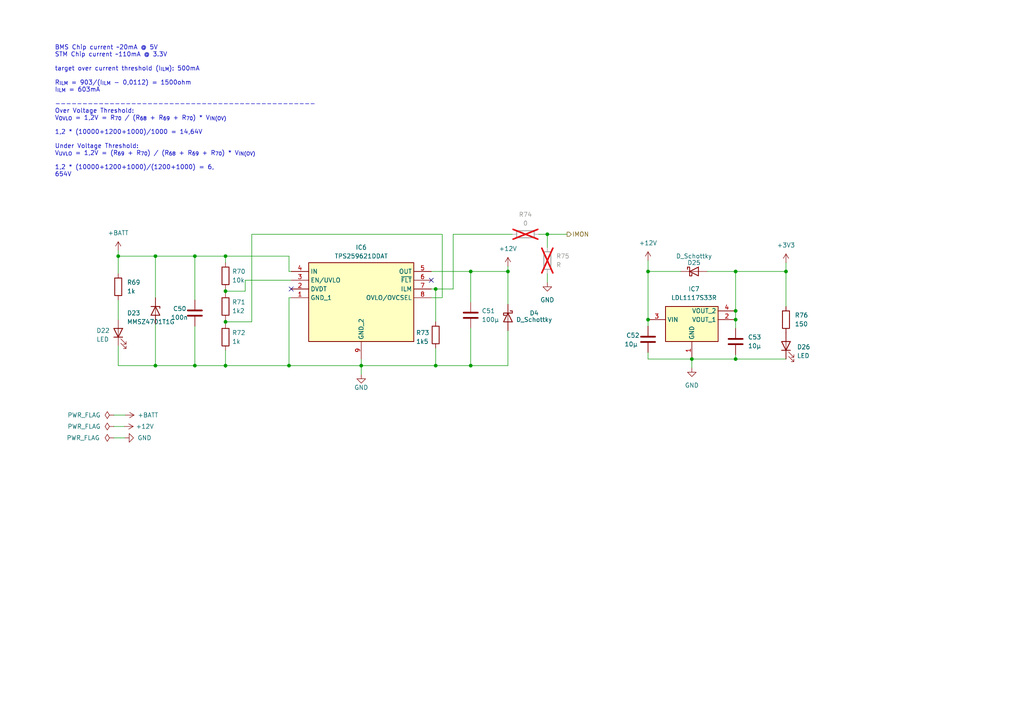
<source format=kicad_sch>
(kicad_sch
	(version 20231120)
	(generator "eeschema")
	(generator_version "8.0")
	(uuid "3b64eec2-c79b-49e7-9ae8-408c4496ff18")
	(paper "A4")
	(lib_symbols
		(symbol "Device:C"
			(pin_numbers hide)
			(pin_names
				(offset 0.254)
			)
			(exclude_from_sim no)
			(in_bom yes)
			(on_board yes)
			(property "Reference" "C"
				(at 0.635 2.54 0)
				(effects
					(font
						(size 1.27 1.27)
					)
					(justify left)
				)
			)
			(property "Value" "C"
				(at 0.635 -2.54 0)
				(effects
					(font
						(size 1.27 1.27)
					)
					(justify left)
				)
			)
			(property "Footprint" ""
				(at 0.9652 -3.81 0)
				(effects
					(font
						(size 1.27 1.27)
					)
					(hide yes)
				)
			)
			(property "Datasheet" "~"
				(at 0 0 0)
				(effects
					(font
						(size 1.27 1.27)
					)
					(hide yes)
				)
			)
			(property "Description" "Unpolarized capacitor"
				(at 0 0 0)
				(effects
					(font
						(size 1.27 1.27)
					)
					(hide yes)
				)
			)
			(property "ki_keywords" "cap capacitor"
				(at 0 0 0)
				(effects
					(font
						(size 1.27 1.27)
					)
					(hide yes)
				)
			)
			(property "ki_fp_filters" "C_*"
				(at 0 0 0)
				(effects
					(font
						(size 1.27 1.27)
					)
					(hide yes)
				)
			)
			(symbol "C_0_1"
				(polyline
					(pts
						(xy -2.032 -0.762) (xy 2.032 -0.762)
					)
					(stroke
						(width 0.508)
						(type default)
					)
					(fill
						(type none)
					)
				)
				(polyline
					(pts
						(xy -2.032 0.762) (xy 2.032 0.762)
					)
					(stroke
						(width 0.508)
						(type default)
					)
					(fill
						(type none)
					)
				)
			)
			(symbol "C_1_1"
				(pin passive line
					(at 0 3.81 270)
					(length 2.794)
					(name "~"
						(effects
							(font
								(size 1.27 1.27)
							)
						)
					)
					(number "1"
						(effects
							(font
								(size 1.27 1.27)
							)
						)
					)
				)
				(pin passive line
					(at 0 -3.81 90)
					(length 2.794)
					(name "~"
						(effects
							(font
								(size 1.27 1.27)
							)
						)
					)
					(number "2"
						(effects
							(font
								(size 1.27 1.27)
							)
						)
					)
				)
			)
		)
		(symbol "Device:D_Schottky"
			(pin_numbers hide)
			(pin_names
				(offset 1.016) hide)
			(exclude_from_sim no)
			(in_bom yes)
			(on_board yes)
			(property "Reference" "D"
				(at 0 2.54 0)
				(effects
					(font
						(size 1.27 1.27)
					)
				)
			)
			(property "Value" "D_Schottky"
				(at 0 -2.54 0)
				(effects
					(font
						(size 1.27 1.27)
					)
				)
			)
			(property "Footprint" ""
				(at 0 0 0)
				(effects
					(font
						(size 1.27 1.27)
					)
					(hide yes)
				)
			)
			(property "Datasheet" "~"
				(at 0 0 0)
				(effects
					(font
						(size 1.27 1.27)
					)
					(hide yes)
				)
			)
			(property "Description" "Schottky diode"
				(at 0 0 0)
				(effects
					(font
						(size 1.27 1.27)
					)
					(hide yes)
				)
			)
			(property "ki_keywords" "diode Schottky"
				(at 0 0 0)
				(effects
					(font
						(size 1.27 1.27)
					)
					(hide yes)
				)
			)
			(property "ki_fp_filters" "TO-???* *_Diode_* *SingleDiode* D_*"
				(at 0 0 0)
				(effects
					(font
						(size 1.27 1.27)
					)
					(hide yes)
				)
			)
			(symbol "D_Schottky_0_1"
				(polyline
					(pts
						(xy 1.27 0) (xy -1.27 0)
					)
					(stroke
						(width 0)
						(type default)
					)
					(fill
						(type none)
					)
				)
				(polyline
					(pts
						(xy 1.27 1.27) (xy 1.27 -1.27) (xy -1.27 0) (xy 1.27 1.27)
					)
					(stroke
						(width 0.254)
						(type default)
					)
					(fill
						(type none)
					)
				)
				(polyline
					(pts
						(xy -1.905 0.635) (xy -1.905 1.27) (xy -1.27 1.27) (xy -1.27 -1.27) (xy -0.635 -1.27) (xy -0.635 -0.635)
					)
					(stroke
						(width 0.254)
						(type default)
					)
					(fill
						(type none)
					)
				)
			)
			(symbol "D_Schottky_1_1"
				(pin passive line
					(at -3.81 0 0)
					(length 2.54)
					(name "K"
						(effects
							(font
								(size 1.27 1.27)
							)
						)
					)
					(number "1"
						(effects
							(font
								(size 1.27 1.27)
							)
						)
					)
				)
				(pin passive line
					(at 3.81 0 180)
					(length 2.54)
					(name "A"
						(effects
							(font
								(size 1.27 1.27)
							)
						)
					)
					(number "2"
						(effects
							(font
								(size 1.27 1.27)
							)
						)
					)
				)
			)
		)
		(symbol "Device:D_Zener"
			(pin_numbers hide)
			(pin_names
				(offset 1.016) hide)
			(exclude_from_sim no)
			(in_bom yes)
			(on_board yes)
			(property "Reference" "D"
				(at 0 2.54 0)
				(effects
					(font
						(size 1.27 1.27)
					)
				)
			)
			(property "Value" "D_Zener"
				(at 0 -2.54 0)
				(effects
					(font
						(size 1.27 1.27)
					)
				)
			)
			(property "Footprint" ""
				(at 0 0 0)
				(effects
					(font
						(size 1.27 1.27)
					)
					(hide yes)
				)
			)
			(property "Datasheet" "~"
				(at 0 0 0)
				(effects
					(font
						(size 1.27 1.27)
					)
					(hide yes)
				)
			)
			(property "Description" "Zener diode"
				(at 0 0 0)
				(effects
					(font
						(size 1.27 1.27)
					)
					(hide yes)
				)
			)
			(property "ki_keywords" "diode"
				(at 0 0 0)
				(effects
					(font
						(size 1.27 1.27)
					)
					(hide yes)
				)
			)
			(property "ki_fp_filters" "TO-???* *_Diode_* *SingleDiode* D_*"
				(at 0 0 0)
				(effects
					(font
						(size 1.27 1.27)
					)
					(hide yes)
				)
			)
			(symbol "D_Zener_0_1"
				(polyline
					(pts
						(xy 1.27 0) (xy -1.27 0)
					)
					(stroke
						(width 0)
						(type default)
					)
					(fill
						(type none)
					)
				)
				(polyline
					(pts
						(xy -1.27 -1.27) (xy -1.27 1.27) (xy -0.762 1.27)
					)
					(stroke
						(width 0.254)
						(type default)
					)
					(fill
						(type none)
					)
				)
				(polyline
					(pts
						(xy 1.27 -1.27) (xy 1.27 1.27) (xy -1.27 0) (xy 1.27 -1.27)
					)
					(stroke
						(width 0.254)
						(type default)
					)
					(fill
						(type none)
					)
				)
			)
			(symbol "D_Zener_1_1"
				(pin passive line
					(at -3.81 0 0)
					(length 2.54)
					(name "K"
						(effects
							(font
								(size 1.27 1.27)
							)
						)
					)
					(number "1"
						(effects
							(font
								(size 1.27 1.27)
							)
						)
					)
				)
				(pin passive line
					(at 3.81 0 180)
					(length 2.54)
					(name "A"
						(effects
							(font
								(size 1.27 1.27)
							)
						)
					)
					(number "2"
						(effects
							(font
								(size 1.27 1.27)
							)
						)
					)
				)
			)
		)
		(symbol "Device:R"
			(pin_numbers hide)
			(pin_names
				(offset 0)
			)
			(exclude_from_sim no)
			(in_bom yes)
			(on_board yes)
			(property "Reference" "R"
				(at 2.032 0 90)
				(effects
					(font
						(size 1.27 1.27)
					)
				)
			)
			(property "Value" "R"
				(at 0 0 90)
				(effects
					(font
						(size 1.27 1.27)
					)
				)
			)
			(property "Footprint" ""
				(at -1.778 0 90)
				(effects
					(font
						(size 1.27 1.27)
					)
					(hide yes)
				)
			)
			(property "Datasheet" "~"
				(at 0 0 0)
				(effects
					(font
						(size 1.27 1.27)
					)
					(hide yes)
				)
			)
			(property "Description" "Resistor"
				(at 0 0 0)
				(effects
					(font
						(size 1.27 1.27)
					)
					(hide yes)
				)
			)
			(property "ki_keywords" "R res resistor"
				(at 0 0 0)
				(effects
					(font
						(size 1.27 1.27)
					)
					(hide yes)
				)
			)
			(property "ki_fp_filters" "R_*"
				(at 0 0 0)
				(effects
					(font
						(size 1.27 1.27)
					)
					(hide yes)
				)
			)
			(symbol "R_0_1"
				(rectangle
					(start -1.016 -2.54)
					(end 1.016 2.54)
					(stroke
						(width 0.254)
						(type default)
					)
					(fill
						(type none)
					)
				)
			)
			(symbol "R_1_1"
				(pin passive line
					(at 0 3.81 270)
					(length 1.27)
					(name "~"
						(effects
							(font
								(size 1.27 1.27)
							)
						)
					)
					(number "1"
						(effects
							(font
								(size 1.27 1.27)
							)
						)
					)
				)
				(pin passive line
					(at 0 -3.81 90)
					(length 1.27)
					(name "~"
						(effects
							(font
								(size 1.27 1.27)
							)
						)
					)
					(number "2"
						(effects
							(font
								(size 1.27 1.27)
							)
						)
					)
				)
			)
		)
		(symbol "FaSTTUBe_LEDs:0603_red"
			(pin_numbers hide)
			(pin_names
				(offset 1.016) hide)
			(exclude_from_sim no)
			(in_bom yes)
			(on_board yes)
			(property "Reference" "D"
				(at 0 2.54 0)
				(effects
					(font
						(size 1.27 1.27)
					)
				)
			)
			(property "Value" "0603_red"
				(at 0 -3.81 0)
				(effects
					(font
						(size 1.27 1.27)
					)
				)
			)
			(property "Footprint" "LED_SMD:LED_0603_1608Metric"
				(at 0 5.08 0)
				(effects
					(font
						(size 1.27 1.27)
					)
					(hide yes)
				)
			)
			(property "Datasheet" "~"
				(at 0 0 0)
				(effects
					(font
						(size 1.27 1.27)
					)
					(hide yes)
				)
			)
			(property "Description" "LED red 150060RS75000"
				(at 0 0 0)
				(effects
					(font
						(size 1.27 1.27)
					)
					(hide yes)
				)
			)
			(property "ki_keywords" "LED diode red"
				(at 0 0 0)
				(effects
					(font
						(size 1.27 1.27)
					)
					(hide yes)
				)
			)
			(property "ki_fp_filters" "LED* LED_SMD:* LED_THT:*"
				(at 0 0 0)
				(effects
					(font
						(size 1.27 1.27)
					)
					(hide yes)
				)
			)
			(symbol "0603_red_0_1"
				(polyline
					(pts
						(xy -1.27 -1.27) (xy -1.27 1.27)
					)
					(stroke
						(width 0.254)
						(type default)
					)
					(fill
						(type none)
					)
				)
				(polyline
					(pts
						(xy -1.27 0) (xy 1.27 0)
					)
					(stroke
						(width 0)
						(type default)
					)
					(fill
						(type none)
					)
				)
				(polyline
					(pts
						(xy 1.27 -1.27) (xy 1.27 1.27) (xy -1.27 0) (xy 1.27 -1.27)
					)
					(stroke
						(width 0.254)
						(type default)
					)
					(fill
						(type none)
					)
				)
				(polyline
					(pts
						(xy -3.048 -0.762) (xy -4.572 -2.286) (xy -3.81 -2.286) (xy -4.572 -2.286) (xy -4.572 -1.524)
					)
					(stroke
						(width 0)
						(type default)
					)
					(fill
						(type none)
					)
				)
				(polyline
					(pts
						(xy -1.778 -0.762) (xy -3.302 -2.286) (xy -2.54 -2.286) (xy -3.302 -2.286) (xy -3.302 -1.524)
					)
					(stroke
						(width 0)
						(type default)
					)
					(fill
						(type none)
					)
				)
			)
			(symbol "0603_red_1_1"
				(pin passive line
					(at -3.81 0 0)
					(length 2.54)
					(name "K"
						(effects
							(font
								(size 1.27 1.27)
							)
						)
					)
					(number "1"
						(effects
							(font
								(size 1.27 1.27)
							)
						)
					)
				)
				(pin passive line
					(at 3.81 0 180)
					(length 2.54)
					(name "A"
						(effects
							(font
								(size 1.27 1.27)
							)
						)
					)
					(number "2"
						(effects
							(font
								(size 1.27 1.27)
							)
						)
					)
				)
			)
		)
		(symbol "LDO:LDL1117S33R"
			(exclude_from_sim no)
			(in_bom yes)
			(on_board yes)
			(property "Reference" "IC7"
				(at 13.335 7.62 0)
				(effects
					(font
						(size 1.27 1.27)
					)
				)
			)
			(property "Value" "LDL1117S33R"
				(at 13.335 5.08 0)
				(effects
					(font
						(size 1.27 1.27)
					)
				)
			)
			(property "Footprint" "Slave:SOT230P700X180-4N"
				(at 29.21 -94.92 0)
				(effects
					(font
						(size 1.27 1.27)
					)
					(justify left top)
					(hide yes)
				)
			)
			(property "Datasheet" "https://componentsearchengine.com/Datasheets/2/LDL1117S33R.pdf"
				(at 29.21 -194.92 0)
				(effects
					(font
						(size 1.27 1.27)
					)
					(justify left top)
					(hide yes)
				)
			)
			(property "Description" "STMICROELECTRONICS - LDL1117S33R - LDO, FIXED, 3.3V, 1.2A, SOT-223-3"
				(at 0 0 0)
				(effects
					(font
						(size 1.27 1.27)
					)
					(hide yes)
				)
			)
			(property "Height" "1.8"
				(at 29.21 -394.92 0)
				(effects
					(font
						(size 1.27 1.27)
					)
					(justify left top)
					(hide yes)
				)
			)
			(property "Mouser Part Number" "511-LDL1117S33R"
				(at 29.21 -494.92 0)
				(effects
					(font
						(size 1.27 1.27)
					)
					(justify left top)
					(hide yes)
				)
			)
			(property "Mouser Price/Stock" "https://www.mouser.co.uk/ProductDetail/STMicroelectronics/LDL1117S33R?qs=AQlKX63v8Rt9Bf6AWSrbFg%3D%3D"
				(at 29.21 -594.92 0)
				(effects
					(font
						(size 1.27 1.27)
					)
					(justify left top)
					(hide yes)
				)
			)
			(property "Manufacturer_Name" "STMicroelectronics"
				(at 29.21 -694.92 0)
				(effects
					(font
						(size 1.27 1.27)
					)
					(justify left top)
					(hide yes)
				)
			)
			(property "Manufacturer_Part_Number" "LDL1117S33R"
				(at 29.21 -794.92 0)
				(effects
					(font
						(size 1.27 1.27)
					)
					(justify left top)
					(hide yes)
				)
			)
			(symbol "LDL1117S33R_1_1"
				(rectangle
					(start 5.08 2.54)
					(end 20.32 -7.62)
					(stroke
						(width 0.254)
						(type default)
					)
					(fill
						(type background)
					)
				)
				(pin power_in line
					(at 12.7 -12.7 90)
					(length 5.08)
					(name "GND"
						(effects
							(font
								(size 1.27 1.27)
							)
						)
					)
					(number "1"
						(effects
							(font
								(size 1.27 1.27)
							)
						)
					)
				)
				(pin power_out line
					(at 25.4 -1.27 180)
					(length 5.08)
					(name "VOUT_1"
						(effects
							(font
								(size 1.27 1.27)
							)
						)
					)
					(number "2"
						(effects
							(font
								(size 1.27 1.27)
							)
						)
					)
				)
				(pin input line
					(at 0 -1.27 0)
					(length 5.08)
					(name "VIN"
						(effects
							(font
								(size 1.27 1.27)
							)
						)
					)
					(number "3"
						(effects
							(font
								(size 1.27 1.27)
							)
						)
					)
				)
				(pin passive line
					(at 25.4 1.27 180)
					(length 5.08)
					(name "VOUT_2"
						(effects
							(font
								(size 1.27 1.27)
							)
						)
					)
					(number "4"
						(effects
							(font
								(size 1.27 1.27)
							)
						)
					)
				)
			)
		)
		(symbol "TPS259621DDAT:TPS259621DDAT"
			(exclude_from_sim no)
			(in_bom yes)
			(on_board yes)
			(property "Reference" "IC5"
				(at 20.32 6.985 0)
				(effects
					(font
						(size 1.27 1.27)
					)
				)
			)
			(property "Value" "TPS259621DDAT"
				(at 20.32 4.445 0)
				(effects
					(font
						(size 1.27 1.27)
					)
				)
			)
			(property "Footprint" "SOIC127P600X170-9N"
				(at 36.83 -94.92 0)
				(effects
					(font
						(size 1.27 1.27)
					)
					(justify left top)
					(hide yes)
				)
			)
			(property "Datasheet" "https://www.ti.com/lit/gpn/TPS2596"
				(at 36.83 -194.92 0)
				(effects
					(font
						(size 1.27 1.27)
					)
					(justify left top)
					(hide yes)
				)
			)
			(property "Description" "Hot Swap Voltage Controllers 2.7-V to 19-V, 85m , 0.13-2A eFuse with selectable over voltage protection clamp in leaded package 8-SO PowerPAD -40 to 125"
				(at 0 0 0)
				(effects
					(font
						(size 1.27 1.27)
					)
					(hide yes)
				)
			)
			(property "Height" "1.7"
				(at 36.83 -394.92 0)
				(effects
					(font
						(size 1.27 1.27)
					)
					(justify left top)
					(hide yes)
				)
			)
			(property "Mouser Part Number" "595-TPS259621DDAT"
				(at 36.83 -494.92 0)
				(effects
					(font
						(size 1.27 1.27)
					)
					(justify left top)
					(hide yes)
				)
			)
			(property "Mouser Price/Stock" "https://www.mouser.co.uk/ProductDetail/Texas-Instruments/TPS259621DDAT?qs=XeJtXLiO41RIvFY51dY0JA%3D%3D"
				(at 36.83 -594.92 0)
				(effects
					(font
						(size 1.27 1.27)
					)
					(justify left top)
					(hide yes)
				)
			)
			(property "Manufacturer_Name" "Texas Instruments"
				(at 36.83 -694.92 0)
				(effects
					(font
						(size 1.27 1.27)
					)
					(justify left top)
					(hide yes)
				)
			)
			(property "Manufacturer_Part_Number" "TPS259621DDAT"
				(at 36.83 -794.92 0)
				(effects
					(font
						(size 1.27 1.27)
					)
					(justify left top)
					(hide yes)
				)
			)
			(symbol "TPS259621DDAT_1_1"
				(rectangle
					(start 5.08 2.54)
					(end 35.56 -20.32)
					(stroke
						(width 0.254)
						(type default)
					)
					(fill
						(type background)
					)
				)
				(pin passive line
					(at 0 -7.62 0)
					(length 5.08)
					(name "GND_1"
						(effects
							(font
								(size 1.27 1.27)
							)
						)
					)
					(number "1"
						(effects
							(font
								(size 1.27 1.27)
							)
						)
					)
				)
				(pin passive line
					(at 0 -5.08 0)
					(length 5.08)
					(name "DVDT"
						(effects
							(font
								(size 1.27 1.27)
							)
						)
					)
					(number "2"
						(effects
							(font
								(size 1.27 1.27)
							)
						)
					)
				)
				(pin passive line
					(at 0 -2.54 0)
					(length 5.08)
					(name "EN/UVLO"
						(effects
							(font
								(size 1.27 1.27)
							)
						)
					)
					(number "3"
						(effects
							(font
								(size 1.27 1.27)
							)
						)
					)
				)
				(pin passive line
					(at 0 0 0)
					(length 5.08)
					(name "IN"
						(effects
							(font
								(size 1.27 1.27)
							)
						)
					)
					(number "4"
						(effects
							(font
								(size 1.27 1.27)
							)
						)
					)
				)
				(pin passive line
					(at 40.64 0 180)
					(length 5.08)
					(name "OUT"
						(effects
							(font
								(size 1.27 1.27)
							)
						)
					)
					(number "5"
						(effects
							(font
								(size 1.27 1.27)
							)
						)
					)
				)
				(pin passive line
					(at 40.64 -2.54 180)
					(length 5.08)
					(name "~{FLT}"
						(effects
							(font
								(size 1.27 1.27)
							)
						)
					)
					(number "6"
						(effects
							(font
								(size 1.27 1.27)
							)
						)
					)
				)
				(pin passive line
					(at 40.64 -5.08 180)
					(length 5.08)
					(name "ILM"
						(effects
							(font
								(size 1.27 1.27)
							)
						)
					)
					(number "7"
						(effects
							(font
								(size 1.27 1.27)
							)
						)
					)
				)
				(pin passive line
					(at 40.64 -7.62 180)
					(length 5.08)
					(name "OVLO/OVCSEL"
						(effects
							(font
								(size 1.27 1.27)
							)
						)
					)
					(number "8"
						(effects
							(font
								(size 1.27 1.27)
							)
						)
					)
				)
				(pin passive line
					(at 20.32 -25.4 90)
					(length 5.08)
					(name "GND_2"
						(effects
							(font
								(size 1.27 1.27)
							)
						)
					)
					(number "9"
						(effects
							(font
								(size 1.27 1.27)
							)
						)
					)
				)
			)
		)
		(symbol "power:+12V"
			(power)
			(pin_names
				(offset 0)
			)
			(exclude_from_sim no)
			(in_bom yes)
			(on_board yes)
			(property "Reference" "#PWR"
				(at 0 -3.81 0)
				(effects
					(font
						(size 1.27 1.27)
					)
					(hide yes)
				)
			)
			(property "Value" "+12V"
				(at 0 3.556 0)
				(effects
					(font
						(size 1.27 1.27)
					)
				)
			)
			(property "Footprint" ""
				(at 0 0 0)
				(effects
					(font
						(size 1.27 1.27)
					)
					(hide yes)
				)
			)
			(property "Datasheet" ""
				(at 0 0 0)
				(effects
					(font
						(size 1.27 1.27)
					)
					(hide yes)
				)
			)
			(property "Description" "Power symbol creates a global label with name \"+12V\""
				(at 0 0 0)
				(effects
					(font
						(size 1.27 1.27)
					)
					(hide yes)
				)
			)
			(property "ki_keywords" "global power"
				(at 0 0 0)
				(effects
					(font
						(size 1.27 1.27)
					)
					(hide yes)
				)
			)
			(symbol "+12V_0_1"
				(polyline
					(pts
						(xy -0.762 1.27) (xy 0 2.54)
					)
					(stroke
						(width 0)
						(type default)
					)
					(fill
						(type none)
					)
				)
				(polyline
					(pts
						(xy 0 0) (xy 0 2.54)
					)
					(stroke
						(width 0)
						(type default)
					)
					(fill
						(type none)
					)
				)
				(polyline
					(pts
						(xy 0 2.54) (xy 0.762 1.27)
					)
					(stroke
						(width 0)
						(type default)
					)
					(fill
						(type none)
					)
				)
			)
			(symbol "+12V_1_1"
				(pin power_in line
					(at 0 0 90)
					(length 0) hide
					(name "+12V"
						(effects
							(font
								(size 1.27 1.27)
							)
						)
					)
					(number "1"
						(effects
							(font
								(size 1.27 1.27)
							)
						)
					)
				)
			)
		)
		(symbol "power:+3V3"
			(power)
			(pin_names
				(offset 0)
			)
			(exclude_from_sim no)
			(in_bom yes)
			(on_board yes)
			(property "Reference" "#PWR"
				(at 0 -3.81 0)
				(effects
					(font
						(size 1.27 1.27)
					)
					(hide yes)
				)
			)
			(property "Value" "+3V3"
				(at 0 3.556 0)
				(effects
					(font
						(size 1.27 1.27)
					)
				)
			)
			(property "Footprint" ""
				(at 0 0 0)
				(effects
					(font
						(size 1.27 1.27)
					)
					(hide yes)
				)
			)
			(property "Datasheet" ""
				(at 0 0 0)
				(effects
					(font
						(size 1.27 1.27)
					)
					(hide yes)
				)
			)
			(property "Description" "Power symbol creates a global label with name \"+3V3\""
				(at 0 0 0)
				(effects
					(font
						(size 1.27 1.27)
					)
					(hide yes)
				)
			)
			(property "ki_keywords" "global power"
				(at 0 0 0)
				(effects
					(font
						(size 1.27 1.27)
					)
					(hide yes)
				)
			)
			(symbol "+3V3_0_1"
				(polyline
					(pts
						(xy -0.762 1.27) (xy 0 2.54)
					)
					(stroke
						(width 0)
						(type default)
					)
					(fill
						(type none)
					)
				)
				(polyline
					(pts
						(xy 0 0) (xy 0 2.54)
					)
					(stroke
						(width 0)
						(type default)
					)
					(fill
						(type none)
					)
				)
				(polyline
					(pts
						(xy 0 2.54) (xy 0.762 1.27)
					)
					(stroke
						(width 0)
						(type default)
					)
					(fill
						(type none)
					)
				)
			)
			(symbol "+3V3_1_1"
				(pin power_in line
					(at 0 0 90)
					(length 0) hide
					(name "+3V3"
						(effects
							(font
								(size 1.27 1.27)
							)
						)
					)
					(number "1"
						(effects
							(font
								(size 1.27 1.27)
							)
						)
					)
				)
			)
		)
		(symbol "power:+BATT"
			(power)
			(pin_names
				(offset 0)
			)
			(exclude_from_sim no)
			(in_bom yes)
			(on_board yes)
			(property "Reference" "#PWR"
				(at 0 -3.81 0)
				(effects
					(font
						(size 1.27 1.27)
					)
					(hide yes)
				)
			)
			(property "Value" "+BATT"
				(at 0 3.556 0)
				(effects
					(font
						(size 1.27 1.27)
					)
				)
			)
			(property "Footprint" ""
				(at 0 0 0)
				(effects
					(font
						(size 1.27 1.27)
					)
					(hide yes)
				)
			)
			(property "Datasheet" ""
				(at 0 0 0)
				(effects
					(font
						(size 1.27 1.27)
					)
					(hide yes)
				)
			)
			(property "Description" "Power symbol creates a global label with name \"+BATT\""
				(at 0 0 0)
				(effects
					(font
						(size 1.27 1.27)
					)
					(hide yes)
				)
			)
			(property "ki_keywords" "global power battery"
				(at 0 0 0)
				(effects
					(font
						(size 1.27 1.27)
					)
					(hide yes)
				)
			)
			(symbol "+BATT_0_1"
				(polyline
					(pts
						(xy -0.762 1.27) (xy 0 2.54)
					)
					(stroke
						(width 0)
						(type default)
					)
					(fill
						(type none)
					)
				)
				(polyline
					(pts
						(xy 0 0) (xy 0 2.54)
					)
					(stroke
						(width 0)
						(type default)
					)
					(fill
						(type none)
					)
				)
				(polyline
					(pts
						(xy 0 2.54) (xy 0.762 1.27)
					)
					(stroke
						(width 0)
						(type default)
					)
					(fill
						(type none)
					)
				)
			)
			(symbol "+BATT_1_1"
				(pin power_in line
					(at 0 0 90)
					(length 0) hide
					(name "+BATT"
						(effects
							(font
								(size 1.27 1.27)
							)
						)
					)
					(number "1"
						(effects
							(font
								(size 1.27 1.27)
							)
						)
					)
				)
			)
		)
		(symbol "power:GND"
			(power)
			(pin_names
				(offset 0)
			)
			(exclude_from_sim no)
			(in_bom yes)
			(on_board yes)
			(property "Reference" "#PWR"
				(at 0 -6.35 0)
				(effects
					(font
						(size 1.27 1.27)
					)
					(hide yes)
				)
			)
			(property "Value" "GND"
				(at 0 -3.81 0)
				(effects
					(font
						(size 1.27 1.27)
					)
				)
			)
			(property "Footprint" ""
				(at 0 0 0)
				(effects
					(font
						(size 1.27 1.27)
					)
					(hide yes)
				)
			)
			(property "Datasheet" ""
				(at 0 0 0)
				(effects
					(font
						(size 1.27 1.27)
					)
					(hide yes)
				)
			)
			(property "Description" "Power symbol creates a global label with name \"GND\" , ground"
				(at 0 0 0)
				(effects
					(font
						(size 1.27 1.27)
					)
					(hide yes)
				)
			)
			(property "ki_keywords" "global power"
				(at 0 0 0)
				(effects
					(font
						(size 1.27 1.27)
					)
					(hide yes)
				)
			)
			(symbol "GND_0_1"
				(polyline
					(pts
						(xy 0 0) (xy 0 -1.27) (xy 1.27 -1.27) (xy 0 -2.54) (xy -1.27 -1.27) (xy 0 -1.27)
					)
					(stroke
						(width 0)
						(type default)
					)
					(fill
						(type none)
					)
				)
			)
			(symbol "GND_1_1"
				(pin power_in line
					(at 0 0 270)
					(length 0) hide
					(name "GND"
						(effects
							(font
								(size 1.27 1.27)
							)
						)
					)
					(number "1"
						(effects
							(font
								(size 1.27 1.27)
							)
						)
					)
				)
			)
		)
		(symbol "power:PWR_FLAG"
			(power)
			(pin_numbers hide)
			(pin_names
				(offset 0) hide)
			(exclude_from_sim no)
			(in_bom yes)
			(on_board yes)
			(property "Reference" "#FLG"
				(at 0 1.905 0)
				(effects
					(font
						(size 1.27 1.27)
					)
					(hide yes)
				)
			)
			(property "Value" "PWR_FLAG"
				(at 0 3.81 0)
				(effects
					(font
						(size 1.27 1.27)
					)
				)
			)
			(property "Footprint" ""
				(at 0 0 0)
				(effects
					(font
						(size 1.27 1.27)
					)
					(hide yes)
				)
			)
			(property "Datasheet" "~"
				(at 0 0 0)
				(effects
					(font
						(size 1.27 1.27)
					)
					(hide yes)
				)
			)
			(property "Description" "Special symbol for telling ERC where power comes from"
				(at 0 0 0)
				(effects
					(font
						(size 1.27 1.27)
					)
					(hide yes)
				)
			)
			(property "ki_keywords" "flag power"
				(at 0 0 0)
				(effects
					(font
						(size 1.27 1.27)
					)
					(hide yes)
				)
			)
			(symbol "PWR_FLAG_0_0"
				(pin power_out line
					(at 0 0 90)
					(length 0)
					(name "pwr"
						(effects
							(font
								(size 1.27 1.27)
							)
						)
					)
					(number "1"
						(effects
							(font
								(size 1.27 1.27)
							)
						)
					)
				)
			)
			(symbol "PWR_FLAG_0_1"
				(polyline
					(pts
						(xy 0 0) (xy 0 1.27) (xy -1.016 1.905) (xy 0 2.54) (xy 1.016 1.905) (xy 0 1.27)
					)
					(stroke
						(width 0)
						(type default)
					)
					(fill
						(type none)
					)
				)
			)
		)
	)
	(junction
		(at 187.96 78.74)
		(diameter 0)
		(color 0 0 0 0)
		(uuid "18ac9fe4-ac8a-4cb1-9a01-af5028713064")
	)
	(junction
		(at 147.32 78.74)
		(diameter 0)
		(color 0 0 0 0)
		(uuid "1c5c944d-56b3-419a-8c9b-fe25597714be")
	)
	(junction
		(at 65.405 74.295)
		(diameter 0)
		(color 0 0 0 0)
		(uuid "2c06507f-4dbc-4d09-a8a6-668cdd475370")
	)
	(junction
		(at 65.405 93.345)
		(diameter 0)
		(color 0 0 0 0)
		(uuid "2eaa5573-d95b-491a-ab44-a6155499eff7")
	)
	(junction
		(at 34.29 74.295)
		(diameter 0)
		(color 0 0 0 0)
		(uuid "388fee4c-fd5e-457a-9f1c-0241203a88c2")
	)
	(junction
		(at 65.405 84.455)
		(diameter 0)
		(color 0 0 0 0)
		(uuid "446b9f71-38d6-4fca-b70f-909b251c8af3")
	)
	(junction
		(at 227.965 78.74)
		(diameter 0)
		(color 0 0 0 0)
		(uuid "548780ed-fcd0-4b56-8b6e-d7e559adde30")
	)
	(junction
		(at 65.405 106.045)
		(diameter 0)
		(color 0 0 0 0)
		(uuid "54fd41a7-0e51-4113-802b-aab18c47879d")
	)
	(junction
		(at 136.525 106.045)
		(diameter 0)
		(color 0 0 0 0)
		(uuid "564b76de-3196-4408-a0cd-905fbc9d0e67")
	)
	(junction
		(at 213.36 104.14)
		(diameter 0)
		(color 0 0 0 0)
		(uuid "6687efa2-8a83-4e6b-b09a-5bb07d29bf0e")
	)
	(junction
		(at 213.36 78.74)
		(diameter 0)
		(color 0 0 0 0)
		(uuid "7ad22164-594b-418a-81ec-6c9daaa0ee83")
	)
	(junction
		(at 136.525 78.74)
		(diameter 0)
		(color 0 0 0 0)
		(uuid "85da1a10-3d07-42cc-b1d3-689cdb5999c9")
	)
	(junction
		(at 126.365 106.045)
		(diameter 0)
		(color 0 0 0 0)
		(uuid "8c63a09a-b965-4a59-83ad-6f990e54d541")
	)
	(junction
		(at 56.515 74.295)
		(diameter 0)
		(color 0 0 0 0)
		(uuid "90b6ea13-be74-4a02-850f-582503a7c50d")
	)
	(junction
		(at 104.775 106.045)
		(diameter 0)
		(color 0 0 0 0)
		(uuid "932fa345-1a3d-434e-988d-873f52e5d31c")
	)
	(junction
		(at 213.36 90.17)
		(diameter 0)
		(color 0 0 0 0)
		(uuid "a5b1a9ed-b664-4650-b255-a5a8356c7bea")
	)
	(junction
		(at 56.515 106.045)
		(diameter 0)
		(color 0 0 0 0)
		(uuid "b5a52444-d1dd-44c3-9e22-677fc6c45311")
	)
	(junction
		(at 187.96 92.71)
		(diameter 0)
		(color 0 0 0 0)
		(uuid "b8e54434-23d5-479c-9597-a8ee509702e7")
	)
	(junction
		(at 45.085 106.045)
		(diameter 0)
		(color 0 0 0 0)
		(uuid "bc51d7c5-1487-4829-82fa-d5784e7ab4ff")
	)
	(junction
		(at 126.365 83.82)
		(diameter 0)
		(color 0 0 0 0)
		(uuid "c056dd18-7abe-4181-8a25-e23c0dd98139")
	)
	(junction
		(at 83.82 106.045)
		(diameter 0)
		(color 0 0 0 0)
		(uuid "d70cea47-16b0-4d07-8d5c-065ed85c1c04")
	)
	(junction
		(at 213.36 92.71)
		(diameter 0)
		(color 0 0 0 0)
		(uuid "dd5d1f36-c92b-4fcf-933d-ac83f4682eee")
	)
	(junction
		(at 200.66 104.14)
		(diameter 0)
		(color 0 0 0 0)
		(uuid "de613093-06fc-4dbe-8a75-671f2c5d63de")
	)
	(junction
		(at 158.75 67.945)
		(diameter 0)
		(color 0 0 0 0)
		(uuid "e24f9b15-638f-46bd-b92c-4a3381361f1c")
	)
	(junction
		(at 45.085 74.295)
		(diameter 0)
		(color 0 0 0 0)
		(uuid "ee631ef3-c8e0-4cd9-9cd2-cbdc234c388f")
	)
	(no_connect
		(at 84.455 83.82)
		(uuid "85bd9cbb-3302-4874-bb6e-c0bb87561b89")
	)
	(no_connect
		(at 125.095 81.28)
		(uuid "9ab20106-4786-4f4b-a613-4d7f8456910a")
	)
	(wire
		(pts
			(xy 104.775 108.585) (xy 104.775 106.045)
		)
		(stroke
			(width 0)
			(type default)
		)
		(uuid "028ddaa9-63f5-4be1-af7e-7366f817393d")
	)
	(wire
		(pts
			(xy 83.82 86.36) (xy 84.455 86.36)
		)
		(stroke
			(width 0)
			(type default)
		)
		(uuid "05372ead-a2ec-4990-804a-7084c9c8a4bb")
	)
	(wire
		(pts
			(xy 65.405 106.045) (xy 65.405 106.68)
		)
		(stroke
			(width 0)
			(type default)
		)
		(uuid "05433a83-8bed-4a88-aac0-d98006769886")
	)
	(wire
		(pts
			(xy 65.405 74.295) (xy 83.82 74.295)
		)
		(stroke
			(width 0)
			(type default)
		)
		(uuid "0994c971-08df-4b82-bca0-211ecbd09387")
	)
	(wire
		(pts
			(xy 65.405 106.045) (xy 83.82 106.045)
		)
		(stroke
			(width 0)
			(type default)
		)
		(uuid "0a370a23-9c60-4232-b585-b9a1f2f13bfc")
	)
	(wire
		(pts
			(xy 83.82 106.045) (xy 104.775 106.045)
		)
		(stroke
			(width 0)
			(type default)
		)
		(uuid "0c4d6bb8-e5ad-46db-a085-21570e098e15")
	)
	(wire
		(pts
			(xy 45.085 74.295) (xy 56.515 74.295)
		)
		(stroke
			(width 0)
			(type default)
		)
		(uuid "0fa22e70-1b02-4410-ab1f-fb221dddb798")
	)
	(wire
		(pts
			(xy 131.445 67.945) (xy 148.59 67.945)
		)
		(stroke
			(width 0)
			(type default)
		)
		(uuid "11ac9295-562d-45dc-90d0-f97d1717df97")
	)
	(wire
		(pts
			(xy 34.29 74.295) (xy 34.29 72.644)
		)
		(stroke
			(width 0)
			(type default)
		)
		(uuid "128befcc-c45b-46e9-8afb-f180c5e3390e")
	)
	(wire
		(pts
			(xy 213.36 92.71) (xy 213.36 95.25)
		)
		(stroke
			(width 0)
			(type default)
		)
		(uuid "174c83ed-09c6-4089-bbc3-cccea88d1caa")
	)
	(wire
		(pts
			(xy 65.405 92.71) (xy 65.405 93.345)
		)
		(stroke
			(width 0)
			(type default)
		)
		(uuid "1784dbcb-804a-4703-a006-9b2ce0ca8e2b")
	)
	(wire
		(pts
			(xy 131.445 83.82) (xy 131.445 67.945)
		)
		(stroke
			(width 0)
			(type default)
		)
		(uuid "222866a0-b7f8-4f68-a665-80535ef3e66c")
	)
	(wire
		(pts
			(xy 73.025 67.945) (xy 128.27 67.945)
		)
		(stroke
			(width 0)
			(type default)
		)
		(uuid "22751549-0b87-4841-a393-111ff4cfd4b1")
	)
	(wire
		(pts
			(xy 126.365 83.82) (xy 131.445 83.82)
		)
		(stroke
			(width 0)
			(type default)
		)
		(uuid "28439b5c-c457-4bae-8973-b02dc39b9cb3")
	)
	(wire
		(pts
			(xy 65.405 84.455) (xy 65.405 85.09)
		)
		(stroke
			(width 0)
			(type default)
		)
		(uuid "28fb4e16-db2a-4460-9691-6ba2056a2323")
	)
	(wire
		(pts
			(xy 158.75 81.915) (xy 158.75 79.375)
		)
		(stroke
			(width 0)
			(type default)
		)
		(uuid "2b7dd97b-65dd-4dd6-a53a-c42b50bd2517")
	)
	(wire
		(pts
			(xy 147.32 106.045) (xy 136.525 106.045)
		)
		(stroke
			(width 0)
			(type default)
		)
		(uuid "2da65e08-9ea0-4884-aed3-d907b654d68e")
	)
	(wire
		(pts
			(xy 213.36 104.14) (xy 227.965 104.14)
		)
		(stroke
			(width 0)
			(type default)
		)
		(uuid "3d7e112f-717e-43c9-ad86-cd7879d6eafe")
	)
	(wire
		(pts
			(xy 136.525 95.25) (xy 136.525 106.045)
		)
		(stroke
			(width 0)
			(type default)
		)
		(uuid "3e73fdcb-d241-4da1-b46f-730f0a8fa11d")
	)
	(wire
		(pts
			(xy 65.405 106.045) (xy 56.515 106.045)
		)
		(stroke
			(width 0)
			(type default)
		)
		(uuid "4196f42d-b1be-487a-95ed-e20bb7934a24")
	)
	(wire
		(pts
			(xy 71.12 81.28) (xy 71.12 84.455)
		)
		(stroke
			(width 0)
			(type default)
		)
		(uuid "4203c87f-6d8e-45ac-80fe-03ecf212e65b")
	)
	(wire
		(pts
			(xy 71.12 84.455) (xy 65.405 84.455)
		)
		(stroke
			(width 0)
			(type default)
		)
		(uuid "422655c2-30e1-4fbc-b2e5-025367e887cb")
	)
	(wire
		(pts
			(xy 187.96 102.235) (xy 187.96 104.14)
		)
		(stroke
			(width 0)
			(type default)
		)
		(uuid "48f5cda8-ab37-4bd3-8bb2-4294d8747354")
	)
	(wire
		(pts
			(xy 45.085 106.045) (xy 56.515 106.045)
		)
		(stroke
			(width 0)
			(type default)
		)
		(uuid "4966b790-55f8-4d99-9802-8805020ea152")
	)
	(wire
		(pts
			(xy 187.96 104.14) (xy 200.66 104.14)
		)
		(stroke
			(width 0)
			(type default)
		)
		(uuid "4b0285a7-abab-4534-8147-96b99cbea240")
	)
	(wire
		(pts
			(xy 213.36 102.87) (xy 213.36 104.14)
		)
		(stroke
			(width 0)
			(type default)
		)
		(uuid "4dc95f58-dfbd-45c8-8c73-cc61d0d65d4f")
	)
	(wire
		(pts
			(xy 65.405 101.6) (xy 65.405 106.045)
		)
		(stroke
			(width 0)
			(type default)
		)
		(uuid "54bfe87a-7df3-49ba-84a3-4bf2733d42d3")
	)
	(wire
		(pts
			(xy 227.965 78.74) (xy 227.965 88.9)
		)
		(stroke
			(width 0)
			(type default)
		)
		(uuid "54ca524a-462c-4ab3-b723-2783a4977e60")
	)
	(wire
		(pts
			(xy 65.405 76.2) (xy 65.405 74.295)
		)
		(stroke
			(width 0)
			(type default)
		)
		(uuid "5c38204d-fec4-4c69-97ee-634626a697ef")
	)
	(wire
		(pts
			(xy 147.32 95.885) (xy 147.32 106.045)
		)
		(stroke
			(width 0)
			(type default)
		)
		(uuid "64bb1b9f-1926-43a8-81e2-5acc079ff6f1")
	)
	(wire
		(pts
			(xy 147.32 77.216) (xy 147.32 78.74)
		)
		(stroke
			(width 0)
			(type default)
		)
		(uuid "68ed2452-154d-44c1-af36-600d5ada446f")
	)
	(wire
		(pts
			(xy 34.29 106.045) (xy 45.085 106.045)
		)
		(stroke
			(width 0)
			(type default)
		)
		(uuid "6a9c679c-0c9a-480b-b386-8ddc59200a64")
	)
	(wire
		(pts
			(xy 200.66 104.14) (xy 200.66 106.68)
		)
		(stroke
			(width 0)
			(type default)
		)
		(uuid "6da27adc-e1df-4099-8daa-1cacbdb3051b")
	)
	(wire
		(pts
			(xy 33.02 120.396) (xy 36.322 120.396)
		)
		(stroke
			(width 0)
			(type default)
		)
		(uuid "6f88fbc2-e7e2-4e85-88f1-5302b6e790b8")
	)
	(wire
		(pts
			(xy 213.36 90.17) (xy 213.36 92.71)
		)
		(stroke
			(width 0)
			(type default)
		)
		(uuid "7294336e-ce8c-47ac-a4ab-f74b02e531c5")
	)
	(wire
		(pts
			(xy 136.525 78.74) (xy 136.525 87.63)
		)
		(stroke
			(width 0)
			(type default)
		)
		(uuid "75c321f9-e799-4049-af7f-b066af8c16f4")
	)
	(wire
		(pts
			(xy 56.515 74.295) (xy 65.405 74.295)
		)
		(stroke
			(width 0)
			(type default)
		)
		(uuid "7d7795de-ab90-4932-85a4-6aed065f8bfb")
	)
	(wire
		(pts
			(xy 213.36 78.74) (xy 227.965 78.74)
		)
		(stroke
			(width 0)
			(type default)
		)
		(uuid "8425de16-cb37-46e2-87e6-95b78ec3b7eb")
	)
	(wire
		(pts
			(xy 227.965 76.2) (xy 227.965 78.74)
		)
		(stroke
			(width 0)
			(type default)
		)
		(uuid "84f9b077-fb6b-4d79-8618-15ac001d801c")
	)
	(wire
		(pts
			(xy 187.96 92.71) (xy 187.96 94.615)
		)
		(stroke
			(width 0)
			(type default)
		)
		(uuid "895a21a2-07e4-4ad1-9d20-0837e2f3b4dc")
	)
	(wire
		(pts
			(xy 128.27 67.945) (xy 128.27 86.36)
		)
		(stroke
			(width 0)
			(type default)
		)
		(uuid "89c9cf10-c48b-477d-bc7a-be35426e07e9")
	)
	(wire
		(pts
			(xy 158.75 67.945) (xy 164.465 67.945)
		)
		(stroke
			(width 0)
			(type default)
		)
		(uuid "8e5e74f4-d0df-4720-a63b-5cef7ae33a38")
	)
	(wire
		(pts
			(xy 147.32 78.74) (xy 147.32 88.265)
		)
		(stroke
			(width 0)
			(type default)
		)
		(uuid "8ed0cc39-6c52-47c0-8198-c21bf7646805")
	)
	(wire
		(pts
			(xy 56.515 86.995) (xy 56.515 74.295)
		)
		(stroke
			(width 0)
			(type default)
		)
		(uuid "935e2244-edb7-4c4a-b82d-89354bdc8a34")
	)
	(wire
		(pts
			(xy 158.75 71.755) (xy 158.75 67.945)
		)
		(stroke
			(width 0)
			(type default)
		)
		(uuid "94012718-edce-4c88-bd70-78f8793b6024")
	)
	(wire
		(pts
			(xy 33.02 123.698) (xy 36.068 123.698)
		)
		(stroke
			(width 0)
			(type default)
		)
		(uuid "954c4728-c0e9-4b32-b898-1cdfebfe1d35")
	)
	(wire
		(pts
			(xy 83.82 86.36) (xy 83.82 106.045)
		)
		(stroke
			(width 0)
			(type default)
		)
		(uuid "95d33953-51e4-464a-b46f-d38c8ed2b146")
	)
	(wire
		(pts
			(xy 56.515 94.615) (xy 56.515 106.045)
		)
		(stroke
			(width 0)
			(type default)
		)
		(uuid "96acd2d1-00e5-4c6a-8167-cb6c205d50eb")
	)
	(wire
		(pts
			(xy 125.095 83.82) (xy 126.365 83.82)
		)
		(stroke
			(width 0)
			(type default)
		)
		(uuid "974066ff-0f66-41b6-8c10-032baa84eeef")
	)
	(wire
		(pts
			(xy 126.365 100.965) (xy 126.365 106.045)
		)
		(stroke
			(width 0)
			(type default)
		)
		(uuid "996b6f19-d195-41ca-b680-08098464dce9")
	)
	(wire
		(pts
			(xy 213.36 104.14) (xy 200.66 104.14)
		)
		(stroke
			(width 0)
			(type default)
		)
		(uuid "9d905c44-3dd9-4841-babd-b30c468eadac")
	)
	(wire
		(pts
			(xy 65.405 83.82) (xy 65.405 84.455)
		)
		(stroke
			(width 0)
			(type default)
		)
		(uuid "9dbda0d0-66b2-4af1-b8c6-2d549f27582e")
	)
	(wire
		(pts
			(xy 187.96 75.565) (xy 187.96 78.74)
		)
		(stroke
			(width 0)
			(type default)
		)
		(uuid "a2b17a56-88a8-43b5-9c52-1a494ddb8142")
	)
	(wire
		(pts
			(xy 126.365 106.045) (xy 136.525 106.045)
		)
		(stroke
			(width 0)
			(type default)
		)
		(uuid "a6fdc465-c4d7-4b05-b607-b1b901932cbb")
	)
	(wire
		(pts
			(xy 33.02 127) (xy 36.195 127)
		)
		(stroke
			(width 0)
			(type default)
		)
		(uuid "aee2fa3c-da30-4b1f-ae25-e1406593595c")
	)
	(wire
		(pts
			(xy 65.405 93.345) (xy 65.405 93.98)
		)
		(stroke
			(width 0)
			(type default)
		)
		(uuid "b2f3241d-8824-4006-9800-41e62008fd31")
	)
	(wire
		(pts
			(xy 187.96 78.74) (xy 197.485 78.74)
		)
		(stroke
			(width 0)
			(type default)
		)
		(uuid "b5fa2358-0018-430c-8168-0d17e8d489e2")
	)
	(wire
		(pts
			(xy 34.29 79.375) (xy 34.29 74.295)
		)
		(stroke
			(width 0)
			(type default)
		)
		(uuid "b67d902a-e5f2-4958-97d4-a4bfeead3f83")
	)
	(wire
		(pts
			(xy 73.025 93.345) (xy 73.025 67.945)
		)
		(stroke
			(width 0)
			(type default)
		)
		(uuid "ba2a5af2-3a84-4580-819c-ba0de8054e2d")
	)
	(wire
		(pts
			(xy 45.085 93.98) (xy 45.085 106.045)
		)
		(stroke
			(width 0)
			(type default)
		)
		(uuid "bd29170b-8f9b-46c7-999c-bf8d6c3d82ac")
	)
	(wire
		(pts
			(xy 187.96 78.74) (xy 187.96 92.71)
		)
		(stroke
			(width 0)
			(type default)
		)
		(uuid "be63c1bd-23f3-431e-8950-e5b7af7cc5ec")
	)
	(wire
		(pts
			(xy 34.29 74.295) (xy 45.085 74.295)
		)
		(stroke
			(width 0)
			(type default)
		)
		(uuid "c007dba5-0992-4856-98cc-e24d02dc8f00")
	)
	(wire
		(pts
			(xy 34.29 86.995) (xy 34.29 92.71)
		)
		(stroke
			(width 0)
			(type default)
		)
		(uuid "c20d5373-3c6b-4221-ac2a-01971ae668bc")
	)
	(wire
		(pts
			(xy 45.085 86.36) (xy 45.085 74.295)
		)
		(stroke
			(width 0)
			(type default)
		)
		(uuid "c2680442-c400-412d-b168-f0bd64038b7a")
	)
	(wire
		(pts
			(xy 83.82 74.295) (xy 83.82 78.74)
		)
		(stroke
			(width 0)
			(type default)
		)
		(uuid "c6a0458d-e7ae-40ca-ba39-234c4be98127")
	)
	(wire
		(pts
			(xy 84.455 81.28) (xy 71.12 81.28)
		)
		(stroke
			(width 0)
			(type default)
		)
		(uuid "c9727740-87a0-4c4c-9786-d56603b730bf")
	)
	(wire
		(pts
			(xy 34.29 100.33) (xy 34.29 106.045)
		)
		(stroke
			(width 0)
			(type default)
		)
		(uuid "d3547497-21b0-4064-b5fc-4889ee73d439")
	)
	(wire
		(pts
			(xy 213.36 78.74) (xy 213.36 90.17)
		)
		(stroke
			(width 0)
			(type default)
		)
		(uuid "de6e4ff1-936b-4818-918e-c5a907e619c4")
	)
	(wire
		(pts
			(xy 104.775 104.14) (xy 104.775 106.045)
		)
		(stroke
			(width 0)
			(type default)
		)
		(uuid "e1ad0fc6-5803-42fc-a6c2-35e0cdd30ffb")
	)
	(wire
		(pts
			(xy 156.21 67.945) (xy 158.75 67.945)
		)
		(stroke
			(width 0)
			(type default)
		)
		(uuid "e41cf4fd-c2ea-4c56-894d-e0797105f637")
	)
	(wire
		(pts
			(xy 126.365 83.82) (xy 126.365 93.345)
		)
		(stroke
			(width 0)
			(type default)
		)
		(uuid "e4c5e10c-cac5-46bd-b0c6-bca721896207")
	)
	(wire
		(pts
			(xy 128.27 86.36) (xy 125.095 86.36)
		)
		(stroke
			(width 0)
			(type default)
		)
		(uuid "e8dc90be-f07e-4810-81cb-96773e0b353d")
	)
	(wire
		(pts
			(xy 65.405 93.345) (xy 73.025 93.345)
		)
		(stroke
			(width 0)
			(type default)
		)
		(uuid "efd8e636-3850-4801-bf45-1c4051375f44")
	)
	(wire
		(pts
			(xy 205.105 78.74) (xy 213.36 78.74)
		)
		(stroke
			(width 0)
			(type default)
		)
		(uuid "f185a843-c31b-4220-bbf3-d5700fe2938f")
	)
	(wire
		(pts
			(xy 136.525 78.74) (xy 147.32 78.74)
		)
		(stroke
			(width 0)
			(type default)
		)
		(uuid "f50e2cb7-3cca-432e-b165-42b2736a5cdf")
	)
	(wire
		(pts
			(xy 83.82 78.74) (xy 84.455 78.74)
		)
		(stroke
			(width 0)
			(type default)
		)
		(uuid "f7e7e74f-5d3b-466c-bade-431d14fc66a7")
	)
	(wire
		(pts
			(xy 104.775 106.045) (xy 126.365 106.045)
		)
		(stroke
			(width 0)
			(type default)
		)
		(uuid "f9b59142-a831-44d0-a8c9-9a090d8bfbaa")
	)
	(wire
		(pts
			(xy 125.095 78.74) (xy 136.525 78.74)
		)
		(stroke
			(width 0)
			(type default)
		)
		(uuid "feaebf1a-7fc0-484d-ab57-e2b6c14979ba")
	)
	(text "BMS Chip current ~20mA @ 5V\nSTM Chip current ~110mA @ 3.3V\n\ntarget over current threshold (I_{ILM}): 500mA\n\nR_{ILM} = 903/(I_{ILM} - 0,0112) = 1500ohm\nI_{ILM} = 603mA\n\n------------------------------------------------\nOver Voltage Threshold:\nV_{OVLO} = 1,2V = R_{70} / (R_{68} + R_{69} + R_{70}) * V_{IN(OV)}\n\n1,2 * (10000+1200+1000)/1000 = 14,64V\n\nUnder Voltage Threshold:\nV_{UVLO} = 1,2V = (R_{69} + R_{70}) / (R_{68} + R_{69} + R_{70}) * V_{IN(OV)}\n\n1,2 * (10000+1200+1000)/(1200+1000) = 6,\n654V"
		(exclude_from_sim no)
		(at 15.875 51.435 0)
		(effects
			(font
				(size 1.27 1.27)
			)
			(justify left bottom)
		)
		(uuid "47c97daa-c558-48fc-a0aa-9c8e813fa1d9")
	)
	(hierarchical_label "IMON"
		(shape output)
		(at 164.465 67.945 0)
		(fields_autoplaced yes)
		(effects
			(font
				(size 1.27 1.27)
			)
			(justify left)
		)
		(uuid "54532d54-fcd7-4d26-b79e-5e2101f53897")
	)
	(symbol
		(lib_id "Device:D_Schottky")
		(at 147.32 92.075 270)
		(unit 1)
		(exclude_from_sim no)
		(in_bom yes)
		(on_board yes)
		(dnp no)
		(uuid "177e90b6-a8fb-4b17-bf09-848250d1e046")
		(property "Reference" "D4"
			(at 154.94 90.805 90)
			(effects
				(font
					(size 1.27 1.27)
				)
			)
		)
		(property "Value" "D_Schottky"
			(at 154.94 92.71 90)
			(effects
				(font
					(size 1.27 1.27)
				)
			)
		)
		(property "Footprint" "Slave:SODFL1608X59N"
			(at 147.32 92.075 0)
			(effects
				(font
					(size 1.27 1.27)
				)
				(hide yes)
			)
		)
		(property "Datasheet" "~"
			(at 147.32 92.075 0)
			(effects
				(font
					(size 1.27 1.27)
				)
				(hide yes)
			)
		)
		(property "Description" ""
			(at 147.32 92.075 0)
			(effects
				(font
					(size 1.27 1.27)
				)
				(hide yes)
			)
		)
		(pin "1"
			(uuid "d559c6e7-8e70-46ff-a60c-f246ba1e7d75")
		)
		(pin "2"
			(uuid "e0107374-3c6f-440d-9d34-96f8c8813e18")
		)
		(instances
			(project "FT24-AMS_Slave-v5"
				(path "/f1f942ea-b2d2-457f-a907-d9ac22420c38/36b3cb08-783f-4f19-bc76-8cc324d74d89"
					(reference "D4")
					(unit 1)
				)
			)
		)
	)
	(symbol
		(lib_id "Device:R")
		(at 152.4 67.945 90)
		(unit 1)
		(exclude_from_sim no)
		(in_bom yes)
		(on_board yes)
		(dnp yes)
		(fields_autoplaced yes)
		(uuid "2d8358de-6afd-40d3-9079-1279dc497732")
		(property "Reference" "R74"
			(at 152.4 62.23 90)
			(effects
				(font
					(size 1.27 1.27)
				)
			)
		)
		(property "Value" "0"
			(at 152.4 64.77 90)
			(effects
				(font
					(size 1.27 1.27)
				)
			)
		)
		(property "Footprint" "Resistor_SMD:R_0603_1608Metric"
			(at 152.4 69.723 90)
			(effects
				(font
					(size 1.27 1.27)
				)
				(hide yes)
			)
		)
		(property "Datasheet" "~"
			(at 152.4 67.945 0)
			(effects
				(font
					(size 1.27 1.27)
				)
				(hide yes)
			)
		)
		(property "Description" ""
			(at 152.4 67.945 0)
			(effects
				(font
					(size 1.27 1.27)
				)
				(hide yes)
			)
		)
		(pin "1"
			(uuid "95e4ab06-066f-4312-b557-a77a374b278b")
		)
		(pin "2"
			(uuid "ac07a555-e185-42c4-a740-a2896e1a9e14")
		)
		(instances
			(project "FT24-AMS_Slave-v5"
				(path "/f1f942ea-b2d2-457f-a907-d9ac22420c38/36b3cb08-783f-4f19-bc76-8cc324d74d89"
					(reference "R74")
					(unit 1)
				)
			)
		)
	)
	(symbol
		(lib_id "Device:R")
		(at 65.405 80.01 0)
		(unit 1)
		(exclude_from_sim no)
		(in_bom yes)
		(on_board yes)
		(dnp no)
		(fields_autoplaced yes)
		(uuid "2e087f07-297d-4e29-a39c-fc309e3fd82f")
		(property "Reference" "R70"
			(at 67.31 78.74 0)
			(effects
				(font
					(size 1.27 1.27)
				)
				(justify left)
			)
		)
		(property "Value" "10k"
			(at 67.31 81.28 0)
			(effects
				(font
					(size 1.27 1.27)
				)
				(justify left)
			)
		)
		(property "Footprint" "Resistor_SMD:R_0603_1608Metric"
			(at 63.627 80.01 90)
			(effects
				(font
					(size 1.27 1.27)
				)
				(hide yes)
			)
		)
		(property "Datasheet" "~"
			(at 65.405 80.01 0)
			(effects
				(font
					(size 1.27 1.27)
				)
				(hide yes)
			)
		)
		(property "Description" ""
			(at 65.405 80.01 0)
			(effects
				(font
					(size 1.27 1.27)
				)
				(hide yes)
			)
		)
		(pin "1"
			(uuid "c66b0f6a-2a0e-41f1-b884-53849f9b3e48")
		)
		(pin "2"
			(uuid "6b28ff83-4ed1-4a1b-85a9-e24f746142d3")
		)
		(instances
			(project "FT24-AMS_Slave-v5"
				(path "/f1f942ea-b2d2-457f-a907-d9ac22420c38/36b3cb08-783f-4f19-bc76-8cc324d74d89"
					(reference "R70")
					(unit 1)
				)
			)
		)
	)
	(symbol
		(lib_id "power:+3V3")
		(at 227.965 76.2 0)
		(unit 1)
		(exclude_from_sim no)
		(in_bom yes)
		(on_board yes)
		(dnp no)
		(fields_autoplaced yes)
		(uuid "32cdec45-4bcf-4f8d-acf0-33b6b44f3c64")
		(property "Reference" "#PWR061"
			(at 227.965 80.01 0)
			(effects
				(font
					(size 1.27 1.27)
				)
				(hide yes)
			)
		)
		(property "Value" "+3V3"
			(at 227.965 71.12 0)
			(effects
				(font
					(size 1.27 1.27)
				)
			)
		)
		(property "Footprint" ""
			(at 227.965 76.2 0)
			(effects
				(font
					(size 1.27 1.27)
				)
				(hide yes)
			)
		)
		(property "Datasheet" ""
			(at 227.965 76.2 0)
			(effects
				(font
					(size 1.27 1.27)
				)
				(hide yes)
			)
		)
		(property "Description" ""
			(at 227.965 76.2 0)
			(effects
				(font
					(size 1.27 1.27)
				)
				(hide yes)
			)
		)
		(pin "1"
			(uuid "278e6199-ca7a-43c2-a6da-30c516d21984")
		)
		(instances
			(project "FT24-AMS_Slave-v5"
				(path "/f1f942ea-b2d2-457f-a907-d9ac22420c38/36b3cb08-783f-4f19-bc76-8cc324d74d89"
					(reference "#PWR061")
					(unit 1)
				)
			)
		)
	)
	(symbol
		(lib_id "power:+12V")
		(at 187.96 75.565 0)
		(unit 1)
		(exclude_from_sim no)
		(in_bom yes)
		(on_board yes)
		(dnp no)
		(fields_autoplaced yes)
		(uuid "42470b12-67a3-455c-a037-4217980c85ec")
		(property "Reference" "#PWR059"
			(at 187.96 79.375 0)
			(effects
				(font
					(size 1.27 1.27)
				)
				(hide yes)
			)
		)
		(property "Value" "+12V"
			(at 187.96 70.485 0)
			(effects
				(font
					(size 1.27 1.27)
				)
			)
		)
		(property "Footprint" ""
			(at 187.96 75.565 0)
			(effects
				(font
					(size 1.27 1.27)
				)
				(hide yes)
			)
		)
		(property "Datasheet" ""
			(at 187.96 75.565 0)
			(effects
				(font
					(size 1.27 1.27)
				)
				(hide yes)
			)
		)
		(property "Description" ""
			(at 187.96 75.565 0)
			(effects
				(font
					(size 1.27 1.27)
				)
				(hide yes)
			)
		)
		(pin "1"
			(uuid "bce7b143-846a-49f0-b134-abf5275e23e5")
		)
		(instances
			(project "FT24-AMS_Slave-v5"
				(path "/f1f942ea-b2d2-457f-a907-d9ac22420c38/36b3cb08-783f-4f19-bc76-8cc324d74d89"
					(reference "#PWR059")
					(unit 1)
				)
			)
		)
	)
	(symbol
		(lib_id "power:+12V")
		(at 36.068 123.698 270)
		(unit 1)
		(exclude_from_sim no)
		(in_bom yes)
		(on_board yes)
		(dnp no)
		(fields_autoplaced yes)
		(uuid "44a34e0b-f3e8-4917-ad24-a5739aeea97e")
		(property "Reference" "#PWR079"
			(at 32.258 123.698 0)
			(effects
				(font
					(size 1.27 1.27)
				)
				(hide yes)
			)
		)
		(property "Value" "+12V"
			(at 39.37 123.698 90)
			(effects
				(font
					(size 1.27 1.27)
				)
				(justify left)
			)
		)
		(property "Footprint" ""
			(at 36.068 123.698 0)
			(effects
				(font
					(size 1.27 1.27)
				)
				(hide yes)
			)
		)
		(property "Datasheet" ""
			(at 36.068 123.698 0)
			(effects
				(font
					(size 1.27 1.27)
				)
				(hide yes)
			)
		)
		(property "Description" ""
			(at 36.068 123.698 0)
			(effects
				(font
					(size 1.27 1.27)
				)
				(hide yes)
			)
		)
		(pin "1"
			(uuid "4b33942f-d32c-4e4f-a0ee-c5e544f1b1e4")
		)
		(instances
			(project "FT24-AMS_Slave-v5"
				(path "/f1f942ea-b2d2-457f-a907-d9ac22420c38/36b3cb08-783f-4f19-bc76-8cc324d74d89"
					(reference "#PWR079")
					(unit 1)
				)
			)
		)
	)
	(symbol
		(lib_id "power:GND")
		(at 36.195 127 90)
		(unit 1)
		(exclude_from_sim no)
		(in_bom yes)
		(on_board yes)
		(dnp no)
		(uuid "4930cdad-fc6f-4cfe-a3ab-fbfc98a5f800")
		(property "Reference" "#PWR016"
			(at 42.545 127 0)
			(effects
				(font
					(size 1.27 1.27)
				)
				(hide yes)
			)
		)
		(property "Value" "GND"
			(at 41.91 127 90)
			(effects
				(font
					(size 1.27 1.27)
				)
			)
		)
		(property "Footprint" ""
			(at 36.195 127 0)
			(effects
				(font
					(size 1.27 1.27)
				)
				(hide yes)
			)
		)
		(property "Datasheet" ""
			(at 36.195 127 0)
			(effects
				(font
					(size 1.27 1.27)
				)
				(hide yes)
			)
		)
		(property "Description" ""
			(at 36.195 127 0)
			(effects
				(font
					(size 1.27 1.27)
				)
				(hide yes)
			)
		)
		(pin "1"
			(uuid "74ec1cec-ffd3-46bd-96f9-097e73149971")
		)
		(instances
			(project "FT24-AMS_Slave-v5"
				(path "/f1f942ea-b2d2-457f-a907-d9ac22420c38/36b3cb08-783f-4f19-bc76-8cc324d74d89"
					(reference "#PWR016")
					(unit 1)
				)
			)
		)
	)
	(symbol
		(lib_id "power:+BATT")
		(at 36.322 120.396 270)
		(unit 1)
		(exclude_from_sim no)
		(in_bom yes)
		(on_board yes)
		(dnp no)
		(fields_autoplaced yes)
		(uuid "4f545387-081d-49c8-8ab1-283b63cd2cb4")
		(property "Reference" "#PWR018"
			(at 32.512 120.396 0)
			(effects
				(font
					(size 1.27 1.27)
				)
				(hide yes)
			)
		)
		(property "Value" "+BATT"
			(at 39.878 120.396 90)
			(effects
				(font
					(size 1.27 1.27)
				)
				(justify left)
			)
		)
		(property "Footprint" ""
			(at 36.322 120.396 0)
			(effects
				(font
					(size 1.27 1.27)
				)
				(hide yes)
			)
		)
		(property "Datasheet" ""
			(at 36.322 120.396 0)
			(effects
				(font
					(size 1.27 1.27)
				)
				(hide yes)
			)
		)
		(property "Description" ""
			(at 36.322 120.396 0)
			(effects
				(font
					(size 1.27 1.27)
				)
				(hide yes)
			)
		)
		(pin "1"
			(uuid "89f5d3a4-36ce-4ed8-b8b4-3f2b9244a8fa")
		)
		(instances
			(project "FT24-AMS_Slave-v5"
				(path "/f1f942ea-b2d2-457f-a907-d9ac22420c38/36b3cb08-783f-4f19-bc76-8cc324d74d89"
					(reference "#PWR018")
					(unit 1)
				)
			)
		)
	)
	(symbol
		(lib_id "power:GND")
		(at 158.75 81.915 0)
		(unit 1)
		(exclude_from_sim no)
		(in_bom yes)
		(on_board yes)
		(dnp no)
		(fields_autoplaced yes)
		(uuid "5f89cbde-6f3f-4e24-8d94-2257cd484fcc")
		(property "Reference" "#PWR058"
			(at 158.75 88.265 0)
			(effects
				(font
					(size 1.27 1.27)
				)
				(hide yes)
			)
		)
		(property "Value" "GND"
			(at 158.75 86.995 0)
			(effects
				(font
					(size 1.27 1.27)
				)
			)
		)
		(property "Footprint" ""
			(at 158.75 81.915 0)
			(effects
				(font
					(size 1.27 1.27)
				)
				(hide yes)
			)
		)
		(property "Datasheet" ""
			(at 158.75 81.915 0)
			(effects
				(font
					(size 1.27 1.27)
				)
				(hide yes)
			)
		)
		(property "Description" ""
			(at 158.75 81.915 0)
			(effects
				(font
					(size 1.27 1.27)
				)
				(hide yes)
			)
		)
		(pin "1"
			(uuid "c3799ff5-7c5e-4ea5-9aa3-e5b6dc3e84a2")
		)
		(instances
			(project "FT24-AMS_Slave-v5"
				(path "/f1f942ea-b2d2-457f-a907-d9ac22420c38/36b3cb08-783f-4f19-bc76-8cc324d74d89"
					(reference "#PWR058")
					(unit 1)
				)
			)
		)
	)
	(symbol
		(lib_id "LDO:LDL1117S33R")
		(at 187.96 91.44 0)
		(unit 1)
		(exclude_from_sim no)
		(in_bom yes)
		(on_board yes)
		(dnp no)
		(uuid "622f7918-1f9c-4cf4-a4a3-28c3521597b2")
		(property "Reference" "IC7"
			(at 201.295 83.82 0)
			(effects
				(font
					(size 1.27 1.27)
				)
			)
		)
		(property "Value" "LDL1117S33R"
			(at 201.295 86.36 0)
			(effects
				(font
					(size 1.27 1.27)
				)
			)
		)
		(property "Footprint" "Package_TO_SOT_SMD:SOT-223"
			(at 217.17 186.36 0)
			(effects
				(font
					(size 1.27 1.27)
				)
				(justify left top)
				(hide yes)
			)
		)
		(property "Datasheet" "https://componentsearchengine.com/Datasheets/2/LDL1117S33R.pdf"
			(at 217.17 286.36 0)
			(effects
				(font
					(size 1.27 1.27)
				)
				(justify left top)
				(hide yes)
			)
		)
		(property "Description" ""
			(at 187.96 91.44 0)
			(effects
				(font
					(size 1.27 1.27)
				)
				(hide yes)
			)
		)
		(property "Height" "1.8"
			(at 217.17 486.36 0)
			(effects
				(font
					(size 1.27 1.27)
				)
				(justify left top)
				(hide yes)
			)
		)
		(property "Mouser Part Number" "511-LDL1117S33R"
			(at 217.17 586.36 0)
			(effects
				(font
					(size 1.27 1.27)
				)
				(justify left top)
				(hide yes)
			)
		)
		(property "Mouser Price/Stock" "https://www.mouser.co.uk/ProductDetail/STMicroelectronics/LDL1117S33R?qs=AQlKX63v8Rt9Bf6AWSrbFg%3D%3D"
			(at 217.17 686.36 0)
			(effects
				(font
					(size 1.27 1.27)
				)
				(justify left top)
				(hide yes)
			)
		)
		(property "Manufacturer_Name" "STMicroelectronics"
			(at 217.17 786.36 0)
			(effects
				(font
					(size 1.27 1.27)
				)
				(justify left top)
				(hide yes)
			)
		)
		(property "Manufacturer_Part_Number" "LDL1117S33R"
			(at 217.17 886.36 0)
			(effects
				(font
					(size 1.27 1.27)
				)
				(justify left top)
				(hide yes)
			)
		)
		(pin "1"
			(uuid "33651e64-cfff-4553-ad84-fcca80bcd565")
		)
		(pin "2"
			(uuid "7637a50e-1884-428a-9088-bea032b7d02c")
		)
		(pin "3"
			(uuid "b76e4fbc-6294-4280-a547-7af84b379d5b")
		)
		(pin "4"
			(uuid "68541826-621b-4d30-8fe9-caef97e70866")
		)
		(instances
			(project "FT24-AMS_Slave-v5"
				(path "/f1f942ea-b2d2-457f-a907-d9ac22420c38/36b3cb08-783f-4f19-bc76-8cc324d74d89"
					(reference "IC7")
					(unit 1)
				)
			)
		)
	)
	(symbol
		(lib_id "power:+BATT")
		(at 34.29 72.644 0)
		(unit 1)
		(exclude_from_sim no)
		(in_bom yes)
		(on_board yes)
		(dnp no)
		(fields_autoplaced yes)
		(uuid "6488192f-9e12-4ab1-bfb1-bc7f8d76795d")
		(property "Reference" "#PWR055"
			(at 34.29 76.454 0)
			(effects
				(font
					(size 1.27 1.27)
				)
				(hide yes)
			)
		)
		(property "Value" "+BATT"
			(at 34.29 67.564 0)
			(effects
				(font
					(size 1.27 1.27)
				)
			)
		)
		(property "Footprint" ""
			(at 34.29 72.644 0)
			(effects
				(font
					(size 1.27 1.27)
				)
				(hide yes)
			)
		)
		(property "Datasheet" ""
			(at 34.29 72.644 0)
			(effects
				(font
					(size 1.27 1.27)
				)
				(hide yes)
			)
		)
		(property "Description" ""
			(at 34.29 72.644 0)
			(effects
				(font
					(size 1.27 1.27)
				)
				(hide yes)
			)
		)
		(pin "1"
			(uuid "cce74d01-f7de-4918-a6d1-a6792664145a")
		)
		(instances
			(project "FT24-AMS_Slave-v5"
				(path "/f1f942ea-b2d2-457f-a907-d9ac22420c38/36b3cb08-783f-4f19-bc76-8cc324d74d89"
					(reference "#PWR055")
					(unit 1)
				)
			)
		)
	)
	(symbol
		(lib_id "FaSTTUBe_LEDs:0603_red")
		(at 227.965 100.33 90)
		(unit 1)
		(exclude_from_sim no)
		(in_bom yes)
		(on_board yes)
		(dnp no)
		(fields_autoplaced yes)
		(uuid "795a0126-e6fc-4f61-8e59-51ab8365abbf")
		(property "Reference" "D26"
			(at 231.14 100.6475 90)
			(effects
				(font
					(size 1.27 1.27)
				)
				(justify right)
			)
		)
		(property "Value" "LED"
			(at 231.14 103.1875 90)
			(effects
				(font
					(size 1.27 1.27)
				)
				(justify right)
			)
		)
		(property "Footprint" "LED_SMD:LED_0603_1608Metric"
			(at 222.885 100.33 0)
			(effects
				(font
					(size 1.27 1.27)
				)
				(hide yes)
			)
		)
		(property "Datasheet" "~"
			(at 227.965 100.33 0)
			(effects
				(font
					(size 1.27 1.27)
				)
				(hide yes)
			)
		)
		(property "Description" ""
			(at 227.965 100.33 0)
			(effects
				(font
					(size 1.27 1.27)
				)
				(hide yes)
			)
		)
		(pin "1"
			(uuid "beb9f085-14fd-4d2c-85ff-4515b87fc33b")
		)
		(pin "2"
			(uuid "18680266-a25f-40ff-8410-77998310ae1d")
		)
		(instances
			(project "FT24-AMS_Slave-v5"
				(path "/f1f942ea-b2d2-457f-a907-d9ac22420c38/36b3cb08-783f-4f19-bc76-8cc324d74d89"
					(reference "D26")
					(unit 1)
				)
			)
		)
	)
	(symbol
		(lib_id "Device:D_Zener")
		(at 45.085 90.17 270)
		(unit 1)
		(exclude_from_sim no)
		(in_bom yes)
		(on_board yes)
		(dnp no)
		(uuid "79df6dbf-86f1-4957-a721-3173a5838b9b")
		(property "Reference" "D23"
			(at 36.83 90.805 90)
			(effects
				(font
					(size 1.27 1.27)
				)
				(justify left)
			)
		)
		(property "Value" "MMSZ4701T1G"
			(at 36.83 93.345 90)
			(effects
				(font
					(size 1.27 1.27)
				)
				(justify left)
			)
		)
		(property "Footprint" "Diode_SMD:D_SOD-123"
			(at 45.085 90.17 0)
			(effects
				(font
					(size 1.27 1.27)
				)
				(hide yes)
			)
		)
		(property "Datasheet" "~"
			(at 45.085 90.17 0)
			(effects
				(font
					(size 1.27 1.27)
				)
				(hide yes)
			)
		)
		(property "Description" ""
			(at 45.085 90.17 0)
			(effects
				(font
					(size 1.27 1.27)
				)
				(hide yes)
			)
		)
		(pin "1"
			(uuid "193ef276-2970-4ca8-9ca2-af8de4578aa0")
		)
		(pin "2"
			(uuid "91e0395e-3c7d-429e-ab25-d7336a3352f4")
		)
		(instances
			(project "FT24-AMS_Slave-v5"
				(path "/f1f942ea-b2d2-457f-a907-d9ac22420c38/36b3cb08-783f-4f19-bc76-8cc324d74d89"
					(reference "D23")
					(unit 1)
				)
			)
		)
	)
	(symbol
		(lib_id "Device:C")
		(at 56.515 90.805 0)
		(unit 1)
		(exclude_from_sim no)
		(in_bom yes)
		(on_board yes)
		(dnp no)
		(uuid "85dface4-1a9f-4075-a6c6-e1754292cb8b")
		(property "Reference" "C50"
			(at 50.165 89.535 0)
			(effects
				(font
					(size 1.27 1.27)
				)
				(justify left)
			)
		)
		(property "Value" "100n"
			(at 49.53 92.075 0)
			(effects
				(font
					(size 1.27 1.27)
				)
				(justify left)
			)
		)
		(property "Footprint" "Capacitor_SMD:C_0603_1608Metric"
			(at 57.4802 94.615 0)
			(effects
				(font
					(size 1.27 1.27)
				)
				(hide yes)
			)
		)
		(property "Datasheet" "~"
			(at 56.515 90.805 0)
			(effects
				(font
					(size 1.27 1.27)
				)
				(hide yes)
			)
		)
		(property "Description" ""
			(at 56.515 90.805 0)
			(effects
				(font
					(size 1.27 1.27)
				)
				(hide yes)
			)
		)
		(pin "1"
			(uuid "c0008360-50bb-4bc2-ab40-056df27f8cea")
		)
		(pin "2"
			(uuid "9c317d98-e081-49e1-a60c-b3de3b372d6e")
		)
		(instances
			(project "FT24-AMS_Slave-v5"
				(path "/f1f942ea-b2d2-457f-a907-d9ac22420c38/36b3cb08-783f-4f19-bc76-8cc324d74d89"
					(reference "C50")
					(unit 1)
				)
			)
		)
	)
	(symbol
		(lib_id "Device:R")
		(at 65.405 97.79 0)
		(unit 1)
		(exclude_from_sim no)
		(in_bom yes)
		(on_board yes)
		(dnp no)
		(fields_autoplaced yes)
		(uuid "89efa09f-133a-4e9a-ba34-5e7d9cfcf2c7")
		(property "Reference" "R72"
			(at 67.31 96.52 0)
			(effects
				(font
					(size 1.27 1.27)
				)
				(justify left)
			)
		)
		(property "Value" "1k"
			(at 67.31 99.06 0)
			(effects
				(font
					(size 1.27 1.27)
				)
				(justify left)
			)
		)
		(property "Footprint" "Resistor_SMD:R_0603_1608Metric"
			(at 63.627 97.79 90)
			(effects
				(font
					(size 1.27 1.27)
				)
				(hide yes)
			)
		)
		(property "Datasheet" "~"
			(at 65.405 97.79 0)
			(effects
				(font
					(size 1.27 1.27)
				)
				(hide yes)
			)
		)
		(property "Description" ""
			(at 65.405 97.79 0)
			(effects
				(font
					(size 1.27 1.27)
				)
				(hide yes)
			)
		)
		(pin "1"
			(uuid "2349ce02-e61b-4a9a-90fc-605f0263b8a3")
		)
		(pin "2"
			(uuid "8e6b17ce-2f6f-4077-a57e-206420850e20")
		)
		(instances
			(project "FT24-AMS_Slave-v5"
				(path "/f1f942ea-b2d2-457f-a907-d9ac22420c38/36b3cb08-783f-4f19-bc76-8cc324d74d89"
					(reference "R72")
					(unit 1)
				)
			)
		)
	)
	(symbol
		(lib_id "TPS259621DDAT:TPS259621DDAT")
		(at 84.455 78.74 0)
		(unit 1)
		(exclude_from_sim no)
		(in_bom yes)
		(on_board yes)
		(dnp no)
		(fields_autoplaced yes)
		(uuid "aa32b3cb-990a-4810-96be-13c39eb6dba4")
		(property "Reference" "IC6"
			(at 104.775 71.755 0)
			(effects
				(font
					(size 1.27 1.27)
				)
			)
		)
		(property "Value" "TPS259621DDAT"
			(at 104.775 74.295 0)
			(effects
				(font
					(size 1.27 1.27)
				)
			)
		)
		(property "Footprint" "Slave:SOIC127P600X170-9N"
			(at 121.285 173.66 0)
			(effects
				(font
					(size 1.27 1.27)
				)
				(justify left top)
				(hide yes)
			)
		)
		(property "Datasheet" "https://www.ti.com/lit/gpn/TPS2596"
			(at 121.285 273.66 0)
			(effects
				(font
					(size 1.27 1.27)
				)
				(justify left top)
				(hide yes)
			)
		)
		(property "Description" ""
			(at 84.455 78.74 0)
			(effects
				(font
					(size 1.27 1.27)
				)
				(hide yes)
			)
		)
		(property "Height" "1.7"
			(at 121.285 473.66 0)
			(effects
				(font
					(size 1.27 1.27)
				)
				(justify left top)
				(hide yes)
			)
		)
		(property "Mouser Part Number" "595-TPS259621DDAT"
			(at 121.285 573.66 0)
			(effects
				(font
					(size 1.27 1.27)
				)
				(justify left top)
				(hide yes)
			)
		)
		(property "Mouser Price/Stock" "https://www.mouser.co.uk/ProductDetail/Texas-Instruments/TPS259621DDAT?qs=XeJtXLiO41RIvFY51dY0JA%3D%3D"
			(at 121.285 673.66 0)
			(effects
				(font
					(size 1.27 1.27)
				)
				(justify left top)
				(hide yes)
			)
		)
		(property "Manufacturer_Name" "Texas Instruments"
			(at 121.285 773.66 0)
			(effects
				(font
					(size 1.27 1.27)
				)
				(justify left top)
				(hide yes)
			)
		)
		(property "Manufacturer_Part_Number" "TPS259621DDAT"
			(at 121.285 873.66 0)
			(effects
				(font
					(size 1.27 1.27)
				)
				(justify left top)
				(hide yes)
			)
		)
		(pin "1"
			(uuid "a66cf1a5-00e3-4a48-b0ea-161b5c4a5efb")
		)
		(pin "2"
			(uuid "59e4b714-aa44-4bcf-892a-ab5b5e684cfa")
		)
		(pin "3"
			(uuid "8790f2a2-839b-446b-8ca5-f600cae1ea87")
		)
		(pin "4"
			(uuid "e2d70757-8e2e-4a31-b1e6-e9add0492702")
		)
		(pin "5"
			(uuid "a2943f03-58d1-492e-951b-b39222953368")
		)
		(pin "6"
			(uuid "94be4869-b354-472b-b3f8-e3398bfca9fc")
		)
		(pin "7"
			(uuid "da71a6a0-0a87-41ba-b553-2670f5dacd52")
		)
		(pin "8"
			(uuid "2f9eec50-d9f1-49c1-9fc5-9733607d378a")
		)
		(pin "9"
			(uuid "85fe5c82-20af-4883-87f1-88e71943003b")
		)
		(instances
			(project "FT24-AMS_Slave-v5"
				(path "/f1f942ea-b2d2-457f-a907-d9ac22420c38/36b3cb08-783f-4f19-bc76-8cc324d74d89"
					(reference "IC6")
					(unit 1)
				)
			)
		)
	)
	(symbol
		(lib_id "power:+12V")
		(at 147.32 77.216 0)
		(unit 1)
		(exclude_from_sim no)
		(in_bom yes)
		(on_board yes)
		(dnp no)
		(fields_autoplaced yes)
		(uuid "ab3a9ae3-bf94-4ec1-a706-c050c24b08d3")
		(property "Reference" "#PWR057"
			(at 147.32 81.026 0)
			(effects
				(font
					(size 1.27 1.27)
				)
				(hide yes)
			)
		)
		(property "Value" "+12V"
			(at 147.32 72.136 0)
			(effects
				(font
					(size 1.27 1.27)
				)
			)
		)
		(property "Footprint" ""
			(at 147.32 77.216 0)
			(effects
				(font
					(size 1.27 1.27)
				)
				(hide yes)
			)
		)
		(property "Datasheet" ""
			(at 147.32 77.216 0)
			(effects
				(font
					(size 1.27 1.27)
				)
				(hide yes)
			)
		)
		(property "Description" ""
			(at 147.32 77.216 0)
			(effects
				(font
					(size 1.27 1.27)
				)
				(hide yes)
			)
		)
		(pin "1"
			(uuid "0eda1758-fc99-4436-a031-91a04bf7a416")
		)
		(instances
			(project "FT24-AMS_Slave-v5"
				(path "/f1f942ea-b2d2-457f-a907-d9ac22420c38/36b3cb08-783f-4f19-bc76-8cc324d74d89"
					(reference "#PWR057")
					(unit 1)
				)
			)
		)
	)
	(symbol
		(lib_id "Device:R")
		(at 158.75 75.565 0)
		(unit 1)
		(exclude_from_sim no)
		(in_bom yes)
		(on_board yes)
		(dnp yes)
		(fields_autoplaced yes)
		(uuid "af868741-61d7-49c7-96c0-3cde124909bb")
		(property "Reference" "R75"
			(at 161.29 74.295 0)
			(effects
				(font
					(size 1.27 1.27)
				)
				(justify left)
			)
		)
		(property "Value" "R"
			(at 161.29 76.835 0)
			(effects
				(font
					(size 1.27 1.27)
				)
				(justify left)
			)
		)
		(property "Footprint" "Resistor_SMD:R_0603_1608Metric"
			(at 156.972 75.565 90)
			(effects
				(font
					(size 1.27 1.27)
				)
				(hide yes)
			)
		)
		(property "Datasheet" "~"
			(at 158.75 75.565 0)
			(effects
				(font
					(size 1.27 1.27)
				)
				(hide yes)
			)
		)
		(property "Description" ""
			(at 158.75 75.565 0)
			(effects
				(font
					(size 1.27 1.27)
				)
				(hide yes)
			)
		)
		(pin "1"
			(uuid "e917a354-8309-4c2c-9327-535b667ac3f9")
		)
		(pin "2"
			(uuid "3040ff23-e7f0-49f1-ab97-d0631be625b7")
		)
		(instances
			(project "FT24-AMS_Slave-v5"
				(path "/f1f942ea-b2d2-457f-a907-d9ac22420c38/36b3cb08-783f-4f19-bc76-8cc324d74d89"
					(reference "R75")
					(unit 1)
				)
			)
		)
	)
	(symbol
		(lib_id "power:PWR_FLAG")
		(at 33.02 127 90)
		(unit 1)
		(exclude_from_sim no)
		(in_bom yes)
		(on_board yes)
		(dnp no)
		(uuid "b022c0b0-5376-4020-b2c4-afbb23712cb0")
		(property "Reference" "#FLG02"
			(at 31.115 127 0)
			(effects
				(font
					(size 1.27 1.27)
				)
				(hide yes)
			)
		)
		(property "Value" "PWR_FLAG"
			(at 24.13 127 90)
			(effects
				(font
					(size 1.27 1.27)
				)
			)
		)
		(property "Footprint" ""
			(at 33.02 127 0)
			(effects
				(font
					(size 1.27 1.27)
				)
				(hide yes)
			)
		)
		(property "Datasheet" "~"
			(at 33.02 127 0)
			(effects
				(font
					(size 1.27 1.27)
				)
				(hide yes)
			)
		)
		(property "Description" ""
			(at 33.02 127 0)
			(effects
				(font
					(size 1.27 1.27)
				)
				(hide yes)
			)
		)
		(pin "1"
			(uuid "69f2fd6a-d5e3-417f-b06a-3e32b331505b")
		)
		(instances
			(project "FT24-AMS_Slave-v5"
				(path "/f1f942ea-b2d2-457f-a907-d9ac22420c38/36b3cb08-783f-4f19-bc76-8cc324d74d89"
					(reference "#FLG02")
					(unit 1)
				)
			)
		)
	)
	(symbol
		(lib_id "Device:R")
		(at 34.29 83.185 0)
		(unit 1)
		(exclude_from_sim no)
		(in_bom yes)
		(on_board yes)
		(dnp no)
		(fields_autoplaced yes)
		(uuid "b28a621f-5676-445d-bdb5-dd10804829dc")
		(property "Reference" "R69"
			(at 36.83 81.915 0)
			(effects
				(font
					(size 1.27 1.27)
				)
				(justify left)
			)
		)
		(property "Value" "1k"
			(at 36.83 84.455 0)
			(effects
				(font
					(size 1.27 1.27)
				)
				(justify left)
			)
		)
		(property "Footprint" "Resistor_SMD:R_0603_1608Metric"
			(at 32.512 83.185 90)
			(effects
				(font
					(size 1.27 1.27)
				)
				(hide yes)
			)
		)
		(property "Datasheet" "~"
			(at 34.29 83.185 0)
			(effects
				(font
					(size 1.27 1.27)
				)
				(hide yes)
			)
		)
		(property "Description" ""
			(at 34.29 83.185 0)
			(effects
				(font
					(size 1.27 1.27)
				)
				(hide yes)
			)
		)
		(pin "1"
			(uuid "c990b51b-0203-4d29-bbe3-7c988330b8a3")
		)
		(pin "2"
			(uuid "57f9ee08-e069-423a-89c6-969281420a1d")
		)
		(instances
			(project "FT24-AMS_Slave-v5"
				(path "/f1f942ea-b2d2-457f-a907-d9ac22420c38/36b3cb08-783f-4f19-bc76-8cc324d74d89"
					(reference "R69")
					(unit 1)
				)
			)
		)
	)
	(symbol
		(lib_id "Device:C")
		(at 136.525 91.44 0)
		(unit 1)
		(exclude_from_sim no)
		(in_bom yes)
		(on_board yes)
		(dnp no)
		(uuid "bb47030a-051a-4ca2-981d-11e74bb23714")
		(property "Reference" "C51"
			(at 139.7 90.17 0)
			(effects
				(font
					(size 1.27 1.27)
				)
				(justify left)
			)
		)
		(property "Value" "100µ"
			(at 139.7 92.71 0)
			(effects
				(font
					(size 1.27 1.27)
				)
				(justify left)
			)
		)
		(property "Footprint" "Capacitor_SMD:CP_Elec_6.3x7.7"
			(at 137.4902 95.25 0)
			(effects
				(font
					(size 1.27 1.27)
				)
				(hide yes)
			)
		)
		(property "Datasheet" "~"
			(at 136.525 91.44 0)
			(effects
				(font
					(size 1.27 1.27)
				)
				(hide yes)
			)
		)
		(property "Description" ""
			(at 136.525 91.44 0)
			(effects
				(font
					(size 1.27 1.27)
				)
				(hide yes)
			)
		)
		(pin "1"
			(uuid "c6b9c921-4d6d-47b8-8b27-718bdc74a0aa")
		)
		(pin "2"
			(uuid "98b65993-8d63-48fc-8e2b-d4803a03f4ef")
		)
		(instances
			(project "FT24-AMS_Slave-v5"
				(path "/f1f942ea-b2d2-457f-a907-d9ac22420c38/36b3cb08-783f-4f19-bc76-8cc324d74d89"
					(reference "C51")
					(unit 1)
				)
			)
		)
	)
	(symbol
		(lib_id "power:GND")
		(at 200.66 106.68 0)
		(unit 1)
		(exclude_from_sim no)
		(in_bom yes)
		(on_board yes)
		(dnp no)
		(fields_autoplaced yes)
		(uuid "c310bf7d-6623-40b9-ab95-ac33b093a384")
		(property "Reference" "#PWR060"
			(at 200.66 113.03 0)
			(effects
				(font
					(size 1.27 1.27)
				)
				(hide yes)
			)
		)
		(property "Value" "GND"
			(at 200.66 111.76 0)
			(effects
				(font
					(size 1.27 1.27)
				)
			)
		)
		(property "Footprint" ""
			(at 200.66 106.68 0)
			(effects
				(font
					(size 1.27 1.27)
				)
				(hide yes)
			)
		)
		(property "Datasheet" ""
			(at 200.66 106.68 0)
			(effects
				(font
					(size 1.27 1.27)
				)
				(hide yes)
			)
		)
		(property "Description" ""
			(at 200.66 106.68 0)
			(effects
				(font
					(size 1.27 1.27)
				)
				(hide yes)
			)
		)
		(pin "1"
			(uuid "7a313cc8-3606-4a1d-87b0-191851ff22b4")
		)
		(instances
			(project "FT24-AMS_Slave-v5"
				(path "/f1f942ea-b2d2-457f-a907-d9ac22420c38/36b3cb08-783f-4f19-bc76-8cc324d74d89"
					(reference "#PWR060")
					(unit 1)
				)
			)
		)
	)
	(symbol
		(lib_id "Device:R")
		(at 65.405 88.9 0)
		(unit 1)
		(exclude_from_sim no)
		(in_bom yes)
		(on_board yes)
		(dnp no)
		(fields_autoplaced yes)
		(uuid "c3f4ba8c-0942-46f5-af09-89fd7fef74a4")
		(property "Reference" "R71"
			(at 67.31 87.63 0)
			(effects
				(font
					(size 1.27 1.27)
				)
				(justify left)
			)
		)
		(property "Value" "1k2"
			(at 67.31 90.17 0)
			(effects
				(font
					(size 1.27 1.27)
				)
				(justify left)
			)
		)
		(property "Footprint" "Resistor_SMD:R_0603_1608Metric"
			(at 63.627 88.9 90)
			(effects
				(font
					(size 1.27 1.27)
				)
				(hide yes)
			)
		)
		(property "Datasheet" "~"
			(at 65.405 88.9 0)
			(effects
				(font
					(size 1.27 1.27)
				)
				(hide yes)
			)
		)
		(property "Description" ""
			(at 65.405 88.9 0)
			(effects
				(font
					(size 1.27 1.27)
				)
				(hide yes)
			)
		)
		(pin "1"
			(uuid "3720f489-277f-4822-8550-853e72bf1b28")
		)
		(pin "2"
			(uuid "2da3fb30-ceb1-425c-a5de-3ed42018c7ed")
		)
		(instances
			(project "FT24-AMS_Slave-v5"
				(path "/f1f942ea-b2d2-457f-a907-d9ac22420c38/36b3cb08-783f-4f19-bc76-8cc324d74d89"
					(reference "R71")
					(unit 1)
				)
			)
		)
	)
	(symbol
		(lib_id "Device:R")
		(at 227.965 92.71 0)
		(unit 1)
		(exclude_from_sim no)
		(in_bom yes)
		(on_board yes)
		(dnp no)
		(fields_autoplaced yes)
		(uuid "c8b7f017-a64c-49e5-b4f5-e3b5aa24e4b2")
		(property "Reference" "R76"
			(at 230.505 91.44 0)
			(effects
				(font
					(size 1.27 1.27)
				)
				(justify left)
			)
		)
		(property "Value" "150"
			(at 230.505 93.98 0)
			(effects
				(font
					(size 1.27 1.27)
				)
				(justify left)
			)
		)
		(property "Footprint" "Resistor_SMD:R_0603_1608Metric"
			(at 226.187 92.71 90)
			(effects
				(font
					(size 1.27 1.27)
				)
				(hide yes)
			)
		)
		(property "Datasheet" "~"
			(at 227.965 92.71 0)
			(effects
				(font
					(size 1.27 1.27)
				)
				(hide yes)
			)
		)
		(property "Description" ""
			(at 227.965 92.71 0)
			(effects
				(font
					(size 1.27 1.27)
				)
				(hide yes)
			)
		)
		(pin "1"
			(uuid "a69e8582-57e7-4f0f-b4a9-49381e8fed9d")
		)
		(pin "2"
			(uuid "90e418b8-bab6-46f1-ac4f-f2721b5e2fd9")
		)
		(instances
			(project "FT24-AMS_Slave-v5"
				(path "/f1f942ea-b2d2-457f-a907-d9ac22420c38/36b3cb08-783f-4f19-bc76-8cc324d74d89"
					(reference "R76")
					(unit 1)
				)
			)
		)
	)
	(symbol
		(lib_id "power:PWR_FLAG")
		(at 33.02 123.698 90)
		(unit 1)
		(exclude_from_sim no)
		(in_bom yes)
		(on_board yes)
		(dnp no)
		(uuid "d88be3d4-e257-4960-8da4-4e958ebe34cd")
		(property "Reference" "#FLG08"
			(at 31.115 123.698 0)
			(effects
				(font
					(size 1.27 1.27)
				)
				(hide yes)
			)
		)
		(property "Value" "PWR_FLAG"
			(at 24.384 123.698 90)
			(effects
				(font
					(size 1.27 1.27)
				)
			)
		)
		(property "Footprint" ""
			(at 33.02 123.698 0)
			(effects
				(font
					(size 1.27 1.27)
				)
				(hide yes)
			)
		)
		(property "Datasheet" "~"
			(at 33.02 123.698 0)
			(effects
				(font
					(size 1.27 1.27)
				)
				(hide yes)
			)
		)
		(property "Description" ""
			(at 33.02 123.698 0)
			(effects
				(font
					(size 1.27 1.27)
				)
				(hide yes)
			)
		)
		(pin "1"
			(uuid "2b5db9a8-d086-41a0-853b-db3574861880")
		)
		(instances
			(project "FT24-AMS_Slave-v5"
				(path "/f1f942ea-b2d2-457f-a907-d9ac22420c38/36b3cb08-783f-4f19-bc76-8cc324d74d89"
					(reference "#FLG08")
					(unit 1)
				)
			)
		)
	)
	(symbol
		(lib_id "power:GND")
		(at 104.775 108.585 0)
		(unit 1)
		(exclude_from_sim no)
		(in_bom yes)
		(on_board yes)
		(dnp no)
		(uuid "dc9d46e1-3ce8-40e1-9462-ab16fef0d8a4")
		(property "Reference" "#PWR056"
			(at 104.775 114.935 0)
			(effects
				(font
					(size 1.27 1.27)
				)
				(hide yes)
			)
		)
		(property "Value" "GND"
			(at 104.775 112.395 0)
			(effects
				(font
					(size 1.27 1.27)
				)
			)
		)
		(property "Footprint" ""
			(at 104.775 108.585 0)
			(effects
				(font
					(size 1.27 1.27)
				)
				(hide yes)
			)
		)
		(property "Datasheet" ""
			(at 104.775 108.585 0)
			(effects
				(font
					(size 1.27 1.27)
				)
				(hide yes)
			)
		)
		(property "Description" ""
			(at 104.775 108.585 0)
			(effects
				(font
					(size 1.27 1.27)
				)
				(hide yes)
			)
		)
		(pin "1"
			(uuid "9bfd6e0f-f6fa-4259-a74d-ee23823a8fea")
		)
		(instances
			(project "FT24-AMS_Slave-v5"
				(path "/f1f942ea-b2d2-457f-a907-d9ac22420c38/36b3cb08-783f-4f19-bc76-8cc324d74d89"
					(reference "#PWR056")
					(unit 1)
				)
			)
		)
	)
	(symbol
		(lib_id "Device:D_Schottky")
		(at 201.295 78.74 0)
		(unit 1)
		(exclude_from_sim no)
		(in_bom yes)
		(on_board yes)
		(dnp no)
		(uuid "e35508b9-0af8-455b-b4a3-bc43706199df")
		(property "Reference" "D25"
			(at 201.295 76.2 0)
			(effects
				(font
					(size 1.27 1.27)
				)
			)
		)
		(property "Value" "D_Schottky"
			(at 201.295 74.295 0)
			(effects
				(font
					(size 1.27 1.27)
				)
			)
		)
		(property "Footprint" "Slave:SODFL1608X59N"
			(at 201.295 78.74 0)
			(effects
				(font
					(size 1.27 1.27)
				)
				(hide yes)
			)
		)
		(property "Datasheet" "~"
			(at 201.295 78.74 0)
			(effects
				(font
					(size 1.27 1.27)
				)
				(hide yes)
			)
		)
		(property "Description" ""
			(at 201.295 78.74 0)
			(effects
				(font
					(size 1.27 1.27)
				)
				(hide yes)
			)
		)
		(pin "1"
			(uuid "55dc5dca-baa0-4f76-b0c1-920d8699e57d")
		)
		(pin "2"
			(uuid "24e4a0b7-5019-4e7b-9480-ac957b6498e3")
		)
		(instances
			(project "FT24-AMS_Slave-v5"
				(path "/f1f942ea-b2d2-457f-a907-d9ac22420c38/36b3cb08-783f-4f19-bc76-8cc324d74d89"
					(reference "D25")
					(unit 1)
				)
			)
		)
	)
	(symbol
		(lib_id "FaSTTUBe_LEDs:0603_red")
		(at 34.29 96.52 90)
		(unit 1)
		(exclude_from_sim no)
		(in_bom yes)
		(on_board yes)
		(dnp no)
		(uuid "e6d78535-a3a4-4425-9f75-1e90aaf3e24f")
		(property "Reference" "D22"
			(at 27.94 95.885 90)
			(effects
				(font
					(size 1.27 1.27)
				)
				(justify right)
			)
		)
		(property "Value" "LED"
			(at 27.94 98.425 90)
			(effects
				(font
					(size 1.27 1.27)
				)
				(justify right)
			)
		)
		(property "Footprint" "LED_SMD:LED_0603_1608Metric"
			(at 29.21 96.52 0)
			(effects
				(font
					(size 1.27 1.27)
				)
				(hide yes)
			)
		)
		(property "Datasheet" "~"
			(at 34.29 96.52 0)
			(effects
				(font
					(size 1.27 1.27)
				)
				(hide yes)
			)
		)
		(property "Description" ""
			(at 34.29 96.52 0)
			(effects
				(font
					(size 1.27 1.27)
				)
				(hide yes)
			)
		)
		(pin "1"
			(uuid "9c4fdb21-734d-4a26-96c0-61e9c3d279db")
		)
		(pin "2"
			(uuid "1cd1304c-2dce-49f5-be65-acde899e0fb4")
		)
		(instances
			(project "FT24-AMS_Slave-v5"
				(path "/f1f942ea-b2d2-457f-a907-d9ac22420c38/36b3cb08-783f-4f19-bc76-8cc324d74d89"
					(reference "D22")
					(unit 1)
				)
			)
		)
	)
	(symbol
		(lib_id "Device:C")
		(at 213.36 99.06 0)
		(unit 1)
		(exclude_from_sim no)
		(in_bom yes)
		(on_board yes)
		(dnp no)
		(uuid "ef7dfc0c-6fb4-4518-a1d2-2f78d0c180ff")
		(property "Reference" "C53"
			(at 216.916 97.79 0)
			(effects
				(font
					(size 1.27 1.27)
				)
				(justify left)
			)
		)
		(property "Value" "10µ"
			(at 216.916 100.33 0)
			(effects
				(font
					(size 1.27 1.27)
				)
				(justify left)
			)
		)
		(property "Footprint" "Capacitor_SMD:C_0805_2012Metric"
			(at 214.3252 102.87 0)
			(effects
				(font
					(size 1.27 1.27)
				)
				(hide yes)
			)
		)
		(property "Datasheet" "~"
			(at 213.36 99.06 0)
			(effects
				(font
					(size 1.27 1.27)
				)
				(hide yes)
			)
		)
		(property "Description" ""
			(at 213.36 99.06 0)
			(effects
				(font
					(size 1.27 1.27)
				)
				(hide yes)
			)
		)
		(pin "1"
			(uuid "ed873452-e159-4eb8-a2dd-5d1155b93308")
		)
		(pin "2"
			(uuid "b9187efc-dd25-4ceb-b203-77ad9a26fa93")
		)
		(instances
			(project "FT24-AMS_Slave-v5"
				(path "/f1f942ea-b2d2-457f-a907-d9ac22420c38/36b3cb08-783f-4f19-bc76-8cc324d74d89"
					(reference "C53")
					(unit 1)
				)
			)
		)
	)
	(symbol
		(lib_id "Device:C")
		(at 187.96 98.425 0)
		(unit 1)
		(exclude_from_sim no)
		(in_bom yes)
		(on_board yes)
		(dnp no)
		(uuid "f69f32df-5531-419f-969c-f5ae2e88d8f7")
		(property "Reference" "C52"
			(at 181.61 97.282 0)
			(effects
				(font
					(size 1.27 1.27)
				)
				(justify left)
			)
		)
		(property "Value" "10µ"
			(at 181.102 99.822 0)
			(effects
				(font
					(size 1.27 1.27)
				)
				(justify left)
			)
		)
		(property "Footprint" "Capacitor_SMD:C_0805_2012Metric"
			(at 188.9252 102.235 0)
			(effects
				(font
					(size 1.27 1.27)
				)
				(hide yes)
			)
		)
		(property "Datasheet" "~"
			(at 187.96 98.425 0)
			(effects
				(font
					(size 1.27 1.27)
				)
				(hide yes)
			)
		)
		(property "Description" ""
			(at 187.96 98.425 0)
			(effects
				(font
					(size 1.27 1.27)
				)
				(hide yes)
			)
		)
		(pin "1"
			(uuid "a30eab40-5425-42cf-b763-58eca8dd7f31")
		)
		(pin "2"
			(uuid "dccd8ce5-45a3-48ec-86f2-830ec8078b59")
		)
		(instances
			(project "FT24-AMS_Slave-v5"
				(path "/f1f942ea-b2d2-457f-a907-d9ac22420c38/36b3cb08-783f-4f19-bc76-8cc324d74d89"
					(reference "C52")
					(unit 1)
				)
			)
		)
	)
	(symbol
		(lib_id "Device:R")
		(at 126.365 97.155 0)
		(unit 1)
		(exclude_from_sim no)
		(in_bom yes)
		(on_board yes)
		(dnp no)
		(uuid "f7fd310d-a7ce-4ef4-a06b-6bcd38cbb535")
		(property "Reference" "R73"
			(at 120.65 96.52 0)
			(effects
				(font
					(size 1.27 1.27)
				)
				(justify left)
			)
		)
		(property "Value" "1k5"
			(at 120.65 99.06 0)
			(effects
				(font
					(size 1.27 1.27)
				)
				(justify left)
			)
		)
		(property "Footprint" "Resistor_SMD:R_0603_1608Metric"
			(at 124.587 97.155 90)
			(effects
				(font
					(size 1.27 1.27)
				)
				(hide yes)
			)
		)
		(property "Datasheet" "~"
			(at 126.365 97.155 0)
			(effects
				(font
					(size 1.27 1.27)
				)
				(hide yes)
			)
		)
		(property "Description" ""
			(at 126.365 97.155 0)
			(effects
				(font
					(size 1.27 1.27)
				)
				(hide yes)
			)
		)
		(pin "1"
			(uuid "0eef2ff9-b427-417c-b201-4cceed45ce31")
		)
		(pin "2"
			(uuid "40ac424e-6718-45d5-98ec-de7a076d17ae")
		)
		(instances
			(project "FT24-AMS_Slave-v5"
				(path "/f1f942ea-b2d2-457f-a907-d9ac22420c38/36b3cb08-783f-4f19-bc76-8cc324d74d89"
					(reference "R73")
					(unit 1)
				)
			)
		)
	)
	(symbol
		(lib_id "power:PWR_FLAG")
		(at 33.02 120.396 90)
		(unit 1)
		(exclude_from_sim no)
		(in_bom yes)
		(on_board yes)
		(dnp no)
		(uuid "ffae2600-c1ec-45e4-9dd0-12f09b0050c1")
		(property "Reference" "#FLG04"
			(at 31.115 120.396 0)
			(effects
				(font
					(size 1.27 1.27)
				)
				(hide yes)
			)
		)
		(property "Value" "PWR_FLAG"
			(at 24.384 120.396 90)
			(effects
				(font
					(size 1.27 1.27)
				)
			)
		)
		(property "Footprint" ""
			(at 33.02 120.396 0)
			(effects
				(font
					(size 1.27 1.27)
				)
				(hide yes)
			)
		)
		(property "Datasheet" "~"
			(at 33.02 120.396 0)
			(effects
				(font
					(size 1.27 1.27)
				)
				(hide yes)
			)
		)
		(property "Description" ""
			(at 33.02 120.396 0)
			(effects
				(font
					(size 1.27 1.27)
				)
				(hide yes)
			)
		)
		(pin "1"
			(uuid "51f9bced-4a09-4c72-9de5-9d2e8cd6228e")
		)
		(instances
			(project "FT24-AMS_Slave-v5"
				(path "/f1f942ea-b2d2-457f-a907-d9ac22420c38/36b3cb08-783f-4f19-bc76-8cc324d74d89"
					(reference "#FLG04")
					(unit 1)
				)
			)
		)
	)
)
</source>
